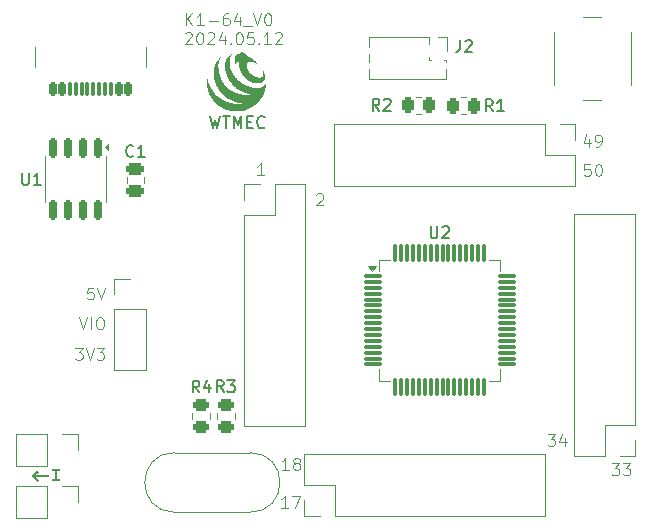
<source format=gto>
%TF.GenerationSoftware,KiCad,Pcbnew,9.0.0*%
%TF.CreationDate,2025-03-02T16:29:17+08:00*%
%TF.ProjectId,Mini-K1-64,4d696e69-2d4b-4312-9d36-342e6b696361,rev?*%
%TF.SameCoordinates,Original*%
%TF.FileFunction,Legend,Top*%
%TF.FilePolarity,Positive*%
%FSLAX46Y46*%
G04 Gerber Fmt 4.6, Leading zero omitted, Abs format (unit mm)*
G04 Created by KiCad (PCBNEW 9.0.0) date 2025-03-02 16:29:17*
%MOMM*%
%LPD*%
G01*
G04 APERTURE LIST*
G04 Aperture macros list*
%AMRoundRect*
0 Rectangle with rounded corners*
0 $1 Rounding radius*
0 $2 $3 $4 $5 $6 $7 $8 $9 X,Y pos of 4 corners*
0 Add a 4 corners polygon primitive as box body*
4,1,4,$2,$3,$4,$5,$6,$7,$8,$9,$2,$3,0*
0 Add four circle primitives for the rounded corners*
1,1,$1+$1,$2,$3*
1,1,$1+$1,$4,$5*
1,1,$1+$1,$6,$7*
1,1,$1+$1,$8,$9*
0 Add four rect primitives between the rounded corners*
20,1,$1+$1,$2,$3,$4,$5,0*
20,1,$1+$1,$4,$5,$6,$7,0*
20,1,$1+$1,$6,$7,$8,$9,0*
20,1,$1+$1,$8,$9,$2,$3,0*%
G04 Aperture macros list end*
%ADD10C,0.100000*%
%ADD11C,0.200000*%
%ADD12C,0.150000*%
%ADD13C,0.120000*%
%ADD14C,0.000000*%
%ADD15R,1.000000X1.000000*%
%ADD16O,1.000000X1.000000*%
%ADD17RoundRect,0.250000X0.475000X-0.250000X0.475000X0.250000X-0.475000X0.250000X-0.475000X-0.250000X0*%
%ADD18RoundRect,0.250000X-0.450000X0.262500X-0.450000X-0.262500X0.450000X-0.262500X0.450000X0.262500X0*%
%ADD19R,1.700000X1.700000*%
%ADD20O,1.700000X1.700000*%
%ADD21C,3.500000*%
%ADD22RoundRect,0.250000X-0.262500X-0.450000X0.262500X-0.450000X0.262500X0.450000X-0.262500X0.450000X0*%
%ADD23C,0.650000*%
%ADD24RoundRect,0.150000X0.150000X0.425000X-0.150000X0.425000X-0.150000X-0.425000X0.150000X-0.425000X0*%
%ADD25RoundRect,0.075000X0.075000X0.500000X-0.075000X0.500000X-0.075000X-0.500000X0.075000X-0.500000X0*%
%ADD26O,1.000000X2.100000*%
%ADD27O,1.000000X1.800000*%
%ADD28C,2.000000*%
%ADD29RoundRect,0.150000X-0.150000X0.675000X-0.150000X-0.675000X0.150000X-0.675000X0.150000X0.675000X0*%
%ADD30C,1.500000*%
%ADD31RoundRect,0.075000X-0.700000X-0.075000X0.700000X-0.075000X0.700000X0.075000X-0.700000X0.075000X0*%
%ADD32RoundRect,0.075000X-0.075000X-0.700000X0.075000X-0.700000X0.075000X0.700000X-0.075000X0.700000X0*%
%ADD33RoundRect,0.250000X0.262500X0.450000X-0.262500X0.450000X-0.262500X-0.450000X0.262500X-0.450000X0*%
G04 APERTURE END LIST*
D10*
X139647493Y-122489419D02*
X139076065Y-122489419D01*
X139361779Y-122489419D02*
X139361779Y-121489419D01*
X139361779Y-121489419D02*
X139266541Y-121632276D01*
X139266541Y-121632276D02*
X139171303Y-121727514D01*
X139171303Y-121727514D02*
X139076065Y-121775133D01*
X139980827Y-121489419D02*
X140647493Y-121489419D01*
X140647493Y-121489419D02*
X140218922Y-122489419D01*
X161634446Y-116257019D02*
X162253493Y-116257019D01*
X162253493Y-116257019D02*
X161920160Y-116637971D01*
X161920160Y-116637971D02*
X162063017Y-116637971D01*
X162063017Y-116637971D02*
X162158255Y-116685590D01*
X162158255Y-116685590D02*
X162205874Y-116733209D01*
X162205874Y-116733209D02*
X162253493Y-116828447D01*
X162253493Y-116828447D02*
X162253493Y-117066542D01*
X162253493Y-117066542D02*
X162205874Y-117161780D01*
X162205874Y-117161780D02*
X162158255Y-117209400D01*
X162158255Y-117209400D02*
X162063017Y-117257019D01*
X162063017Y-117257019D02*
X161777303Y-117257019D01*
X161777303Y-117257019D02*
X161682065Y-117209400D01*
X161682065Y-117209400D02*
X161634446Y-117161780D01*
X163110636Y-116590352D02*
X163110636Y-117257019D01*
X162872541Y-116209400D02*
X162634446Y-116923685D01*
X162634446Y-116923685D02*
X163253493Y-116923685D01*
X123158972Y-103858419D02*
X122682782Y-103858419D01*
X122682782Y-103858419D02*
X122635163Y-104334609D01*
X122635163Y-104334609D02*
X122682782Y-104286990D01*
X122682782Y-104286990D02*
X122778020Y-104239371D01*
X122778020Y-104239371D02*
X123016115Y-104239371D01*
X123016115Y-104239371D02*
X123111353Y-104286990D01*
X123111353Y-104286990D02*
X123158972Y-104334609D01*
X123158972Y-104334609D02*
X123206591Y-104429847D01*
X123206591Y-104429847D02*
X123206591Y-104667942D01*
X123206591Y-104667942D02*
X123158972Y-104763180D01*
X123158972Y-104763180D02*
X123111353Y-104810800D01*
X123111353Y-104810800D02*
X123016115Y-104858419D01*
X123016115Y-104858419D02*
X122778020Y-104858419D01*
X122778020Y-104858419D02*
X122682782Y-104810800D01*
X122682782Y-104810800D02*
X122635163Y-104763180D01*
X123492306Y-103858419D02*
X123825639Y-104858419D01*
X123825639Y-104858419D02*
X124158972Y-103858419D01*
X165155455Y-91241152D02*
X165155455Y-91907819D01*
X164917360Y-90860200D02*
X164679265Y-91574485D01*
X164679265Y-91574485D02*
X165298312Y-91574485D01*
X165726884Y-91907819D02*
X165917360Y-91907819D01*
X165917360Y-91907819D02*
X166012598Y-91860200D01*
X166012598Y-91860200D02*
X166060217Y-91812580D01*
X166060217Y-91812580D02*
X166155455Y-91669723D01*
X166155455Y-91669723D02*
X166203074Y-91479247D01*
X166203074Y-91479247D02*
X166203074Y-91098295D01*
X166203074Y-91098295D02*
X166155455Y-91003057D01*
X166155455Y-91003057D02*
X166107836Y-90955438D01*
X166107836Y-90955438D02*
X166012598Y-90907819D01*
X166012598Y-90907819D02*
X165822122Y-90907819D01*
X165822122Y-90907819D02*
X165726884Y-90955438D01*
X165726884Y-90955438D02*
X165679265Y-91003057D01*
X165679265Y-91003057D02*
X165631646Y-91098295D01*
X165631646Y-91098295D02*
X165631646Y-91336390D01*
X165631646Y-91336390D02*
X165679265Y-91431628D01*
X165679265Y-91431628D02*
X165726884Y-91479247D01*
X165726884Y-91479247D02*
X165822122Y-91526866D01*
X165822122Y-91526866D02*
X166012598Y-91526866D01*
X166012598Y-91526866D02*
X166107836Y-91479247D01*
X166107836Y-91479247D02*
X166155455Y-91431628D01*
X166155455Y-91431628D02*
X166203074Y-91336390D01*
X137615493Y-94320819D02*
X137044065Y-94320819D01*
X137329779Y-94320819D02*
X137329779Y-93320819D01*
X137329779Y-93320819D02*
X137234541Y-93463676D01*
X137234541Y-93463676D02*
X137139303Y-93558914D01*
X137139303Y-93558914D02*
X137044065Y-93606533D01*
X167070046Y-118746219D02*
X167689093Y-118746219D01*
X167689093Y-118746219D02*
X167355760Y-119127171D01*
X167355760Y-119127171D02*
X167498617Y-119127171D01*
X167498617Y-119127171D02*
X167593855Y-119174790D01*
X167593855Y-119174790D02*
X167641474Y-119222409D01*
X167641474Y-119222409D02*
X167689093Y-119317647D01*
X167689093Y-119317647D02*
X167689093Y-119555742D01*
X167689093Y-119555742D02*
X167641474Y-119650980D01*
X167641474Y-119650980D02*
X167593855Y-119698600D01*
X167593855Y-119698600D02*
X167498617Y-119746219D01*
X167498617Y-119746219D02*
X167212903Y-119746219D01*
X167212903Y-119746219D02*
X167117665Y-119698600D01*
X167117665Y-119698600D02*
X167070046Y-119650980D01*
X168022427Y-118746219D02*
X168641474Y-118746219D01*
X168641474Y-118746219D02*
X168308141Y-119127171D01*
X168308141Y-119127171D02*
X168450998Y-119127171D01*
X168450998Y-119127171D02*
X168546236Y-119174790D01*
X168546236Y-119174790D02*
X168593855Y-119222409D01*
X168593855Y-119222409D02*
X168641474Y-119317647D01*
X168641474Y-119317647D02*
X168641474Y-119555742D01*
X168641474Y-119555742D02*
X168593855Y-119650980D01*
X168593855Y-119650980D02*
X168546236Y-119698600D01*
X168546236Y-119698600D02*
X168450998Y-119746219D01*
X168450998Y-119746219D02*
X168165284Y-119746219D01*
X168165284Y-119746219D02*
X168070046Y-119698600D01*
X168070046Y-119698600D02*
X168022427Y-119650980D01*
X139723693Y-119289019D02*
X139152265Y-119289019D01*
X139437979Y-119289019D02*
X139437979Y-118289019D01*
X139437979Y-118289019D02*
X139342741Y-118431876D01*
X139342741Y-118431876D02*
X139247503Y-118527114D01*
X139247503Y-118527114D02*
X139152265Y-118574733D01*
X140295122Y-118717590D02*
X140199884Y-118669971D01*
X140199884Y-118669971D02*
X140152265Y-118622352D01*
X140152265Y-118622352D02*
X140104646Y-118527114D01*
X140104646Y-118527114D02*
X140104646Y-118479495D01*
X140104646Y-118479495D02*
X140152265Y-118384257D01*
X140152265Y-118384257D02*
X140199884Y-118336638D01*
X140199884Y-118336638D02*
X140295122Y-118289019D01*
X140295122Y-118289019D02*
X140485598Y-118289019D01*
X140485598Y-118289019D02*
X140580836Y-118336638D01*
X140580836Y-118336638D02*
X140628455Y-118384257D01*
X140628455Y-118384257D02*
X140676074Y-118479495D01*
X140676074Y-118479495D02*
X140676074Y-118527114D01*
X140676074Y-118527114D02*
X140628455Y-118622352D01*
X140628455Y-118622352D02*
X140580836Y-118669971D01*
X140580836Y-118669971D02*
X140485598Y-118717590D01*
X140485598Y-118717590D02*
X140295122Y-118717590D01*
X140295122Y-118717590D02*
X140199884Y-118765209D01*
X140199884Y-118765209D02*
X140152265Y-118812828D01*
X140152265Y-118812828D02*
X140104646Y-118908066D01*
X140104646Y-118908066D02*
X140104646Y-119098542D01*
X140104646Y-119098542D02*
X140152265Y-119193780D01*
X140152265Y-119193780D02*
X140199884Y-119241400D01*
X140199884Y-119241400D02*
X140295122Y-119289019D01*
X140295122Y-119289019D02*
X140485598Y-119289019D01*
X140485598Y-119289019D02*
X140580836Y-119241400D01*
X140580836Y-119241400D02*
X140628455Y-119193780D01*
X140628455Y-119193780D02*
X140676074Y-119098542D01*
X140676074Y-119098542D02*
X140676074Y-118908066D01*
X140676074Y-118908066D02*
X140628455Y-118812828D01*
X140628455Y-118812828D02*
X140580836Y-118765209D01*
X140580836Y-118765209D02*
X140485598Y-118717590D01*
X121968497Y-106383419D02*
X122301830Y-107383419D01*
X122301830Y-107383419D02*
X122635163Y-106383419D01*
X122968497Y-107383419D02*
X122968497Y-106383419D01*
X123635163Y-106383419D02*
X123825639Y-106383419D01*
X123825639Y-106383419D02*
X123920877Y-106431038D01*
X123920877Y-106431038D02*
X124016115Y-106526276D01*
X124016115Y-106526276D02*
X124063734Y-106716752D01*
X124063734Y-106716752D02*
X124063734Y-107050085D01*
X124063734Y-107050085D02*
X124016115Y-107240561D01*
X124016115Y-107240561D02*
X123920877Y-107335800D01*
X123920877Y-107335800D02*
X123825639Y-107383419D01*
X123825639Y-107383419D02*
X123635163Y-107383419D01*
X123635163Y-107383419D02*
X123539925Y-107335800D01*
X123539925Y-107335800D02*
X123444687Y-107240561D01*
X123444687Y-107240561D02*
X123397068Y-107050085D01*
X123397068Y-107050085D02*
X123397068Y-106716752D01*
X123397068Y-106716752D02*
X123444687Y-106526276D01*
X123444687Y-106526276D02*
X123539925Y-106431038D01*
X123539925Y-106431038D02*
X123635163Y-106383419D01*
X142047865Y-95981457D02*
X142095484Y-95933838D01*
X142095484Y-95933838D02*
X142190722Y-95886219D01*
X142190722Y-95886219D02*
X142428817Y-95886219D01*
X142428817Y-95886219D02*
X142524055Y-95933838D01*
X142524055Y-95933838D02*
X142571674Y-95981457D01*
X142571674Y-95981457D02*
X142619293Y-96076695D01*
X142619293Y-96076695D02*
X142619293Y-96171933D01*
X142619293Y-96171933D02*
X142571674Y-96314790D01*
X142571674Y-96314790D02*
X142000246Y-96886219D01*
X142000246Y-96886219D02*
X142619293Y-96886219D01*
X130988884Y-81627675D02*
X130988884Y-80627675D01*
X131560312Y-81627675D02*
X131131741Y-81056246D01*
X131560312Y-80627675D02*
X130988884Y-81199103D01*
X132512693Y-81627675D02*
X131941265Y-81627675D01*
X132226979Y-81627675D02*
X132226979Y-80627675D01*
X132226979Y-80627675D02*
X132131741Y-80770532D01*
X132131741Y-80770532D02*
X132036503Y-80865770D01*
X132036503Y-80865770D02*
X131941265Y-80913389D01*
X132941265Y-81246722D02*
X133703170Y-81246722D01*
X134607931Y-80627675D02*
X134417455Y-80627675D01*
X134417455Y-80627675D02*
X134322217Y-80675294D01*
X134322217Y-80675294D02*
X134274598Y-80722913D01*
X134274598Y-80722913D02*
X134179360Y-80865770D01*
X134179360Y-80865770D02*
X134131741Y-81056246D01*
X134131741Y-81056246D02*
X134131741Y-81437198D01*
X134131741Y-81437198D02*
X134179360Y-81532436D01*
X134179360Y-81532436D02*
X134226979Y-81580056D01*
X134226979Y-81580056D02*
X134322217Y-81627675D01*
X134322217Y-81627675D02*
X134512693Y-81627675D01*
X134512693Y-81627675D02*
X134607931Y-81580056D01*
X134607931Y-81580056D02*
X134655550Y-81532436D01*
X134655550Y-81532436D02*
X134703169Y-81437198D01*
X134703169Y-81437198D02*
X134703169Y-81199103D01*
X134703169Y-81199103D02*
X134655550Y-81103865D01*
X134655550Y-81103865D02*
X134607931Y-81056246D01*
X134607931Y-81056246D02*
X134512693Y-81008627D01*
X134512693Y-81008627D02*
X134322217Y-81008627D01*
X134322217Y-81008627D02*
X134226979Y-81056246D01*
X134226979Y-81056246D02*
X134179360Y-81103865D01*
X134179360Y-81103865D02*
X134131741Y-81199103D01*
X135560312Y-80961008D02*
X135560312Y-81627675D01*
X135322217Y-80580056D02*
X135084122Y-81294341D01*
X135084122Y-81294341D02*
X135703169Y-81294341D01*
X135846027Y-81722913D02*
X136607931Y-81722913D01*
X136703170Y-80627675D02*
X137036503Y-81627675D01*
X137036503Y-81627675D02*
X137369836Y-80627675D01*
X137893646Y-80627675D02*
X137988884Y-80627675D01*
X137988884Y-80627675D02*
X138084122Y-80675294D01*
X138084122Y-80675294D02*
X138131741Y-80722913D01*
X138131741Y-80722913D02*
X138179360Y-80818151D01*
X138179360Y-80818151D02*
X138226979Y-81008627D01*
X138226979Y-81008627D02*
X138226979Y-81246722D01*
X138226979Y-81246722D02*
X138179360Y-81437198D01*
X138179360Y-81437198D02*
X138131741Y-81532436D01*
X138131741Y-81532436D02*
X138084122Y-81580056D01*
X138084122Y-81580056D02*
X137988884Y-81627675D01*
X137988884Y-81627675D02*
X137893646Y-81627675D01*
X137893646Y-81627675D02*
X137798408Y-81580056D01*
X137798408Y-81580056D02*
X137750789Y-81532436D01*
X137750789Y-81532436D02*
X137703170Y-81437198D01*
X137703170Y-81437198D02*
X137655551Y-81246722D01*
X137655551Y-81246722D02*
X137655551Y-81008627D01*
X137655551Y-81008627D02*
X137703170Y-80818151D01*
X137703170Y-80818151D02*
X137750789Y-80722913D01*
X137750789Y-80722913D02*
X137798408Y-80675294D01*
X137798408Y-80675294D02*
X137893646Y-80627675D01*
X130941265Y-82332857D02*
X130988884Y-82285238D01*
X130988884Y-82285238D02*
X131084122Y-82237619D01*
X131084122Y-82237619D02*
X131322217Y-82237619D01*
X131322217Y-82237619D02*
X131417455Y-82285238D01*
X131417455Y-82285238D02*
X131465074Y-82332857D01*
X131465074Y-82332857D02*
X131512693Y-82428095D01*
X131512693Y-82428095D02*
X131512693Y-82523333D01*
X131512693Y-82523333D02*
X131465074Y-82666190D01*
X131465074Y-82666190D02*
X130893646Y-83237619D01*
X130893646Y-83237619D02*
X131512693Y-83237619D01*
X132131741Y-82237619D02*
X132226979Y-82237619D01*
X132226979Y-82237619D02*
X132322217Y-82285238D01*
X132322217Y-82285238D02*
X132369836Y-82332857D01*
X132369836Y-82332857D02*
X132417455Y-82428095D01*
X132417455Y-82428095D02*
X132465074Y-82618571D01*
X132465074Y-82618571D02*
X132465074Y-82856666D01*
X132465074Y-82856666D02*
X132417455Y-83047142D01*
X132417455Y-83047142D02*
X132369836Y-83142380D01*
X132369836Y-83142380D02*
X132322217Y-83190000D01*
X132322217Y-83190000D02*
X132226979Y-83237619D01*
X132226979Y-83237619D02*
X132131741Y-83237619D01*
X132131741Y-83237619D02*
X132036503Y-83190000D01*
X132036503Y-83190000D02*
X131988884Y-83142380D01*
X131988884Y-83142380D02*
X131941265Y-83047142D01*
X131941265Y-83047142D02*
X131893646Y-82856666D01*
X131893646Y-82856666D02*
X131893646Y-82618571D01*
X131893646Y-82618571D02*
X131941265Y-82428095D01*
X131941265Y-82428095D02*
X131988884Y-82332857D01*
X131988884Y-82332857D02*
X132036503Y-82285238D01*
X132036503Y-82285238D02*
X132131741Y-82237619D01*
X132846027Y-82332857D02*
X132893646Y-82285238D01*
X132893646Y-82285238D02*
X132988884Y-82237619D01*
X132988884Y-82237619D02*
X133226979Y-82237619D01*
X133226979Y-82237619D02*
X133322217Y-82285238D01*
X133322217Y-82285238D02*
X133369836Y-82332857D01*
X133369836Y-82332857D02*
X133417455Y-82428095D01*
X133417455Y-82428095D02*
X133417455Y-82523333D01*
X133417455Y-82523333D02*
X133369836Y-82666190D01*
X133369836Y-82666190D02*
X132798408Y-83237619D01*
X132798408Y-83237619D02*
X133417455Y-83237619D01*
X134274598Y-82570952D02*
X134274598Y-83237619D01*
X134036503Y-82190000D02*
X133798408Y-82904285D01*
X133798408Y-82904285D02*
X134417455Y-82904285D01*
X134798408Y-83142380D02*
X134846027Y-83190000D01*
X134846027Y-83190000D02*
X134798408Y-83237619D01*
X134798408Y-83237619D02*
X134750789Y-83190000D01*
X134750789Y-83190000D02*
X134798408Y-83142380D01*
X134798408Y-83142380D02*
X134798408Y-83237619D01*
X135465074Y-82237619D02*
X135560312Y-82237619D01*
X135560312Y-82237619D02*
X135655550Y-82285238D01*
X135655550Y-82285238D02*
X135703169Y-82332857D01*
X135703169Y-82332857D02*
X135750788Y-82428095D01*
X135750788Y-82428095D02*
X135798407Y-82618571D01*
X135798407Y-82618571D02*
X135798407Y-82856666D01*
X135798407Y-82856666D02*
X135750788Y-83047142D01*
X135750788Y-83047142D02*
X135703169Y-83142380D01*
X135703169Y-83142380D02*
X135655550Y-83190000D01*
X135655550Y-83190000D02*
X135560312Y-83237619D01*
X135560312Y-83237619D02*
X135465074Y-83237619D01*
X135465074Y-83237619D02*
X135369836Y-83190000D01*
X135369836Y-83190000D02*
X135322217Y-83142380D01*
X135322217Y-83142380D02*
X135274598Y-83047142D01*
X135274598Y-83047142D02*
X135226979Y-82856666D01*
X135226979Y-82856666D02*
X135226979Y-82618571D01*
X135226979Y-82618571D02*
X135274598Y-82428095D01*
X135274598Y-82428095D02*
X135322217Y-82332857D01*
X135322217Y-82332857D02*
X135369836Y-82285238D01*
X135369836Y-82285238D02*
X135465074Y-82237619D01*
X136703169Y-82237619D02*
X136226979Y-82237619D01*
X136226979Y-82237619D02*
X136179360Y-82713809D01*
X136179360Y-82713809D02*
X136226979Y-82666190D01*
X136226979Y-82666190D02*
X136322217Y-82618571D01*
X136322217Y-82618571D02*
X136560312Y-82618571D01*
X136560312Y-82618571D02*
X136655550Y-82666190D01*
X136655550Y-82666190D02*
X136703169Y-82713809D01*
X136703169Y-82713809D02*
X136750788Y-82809047D01*
X136750788Y-82809047D02*
X136750788Y-83047142D01*
X136750788Y-83047142D02*
X136703169Y-83142380D01*
X136703169Y-83142380D02*
X136655550Y-83190000D01*
X136655550Y-83190000D02*
X136560312Y-83237619D01*
X136560312Y-83237619D02*
X136322217Y-83237619D01*
X136322217Y-83237619D02*
X136226979Y-83190000D01*
X136226979Y-83190000D02*
X136179360Y-83142380D01*
X137179360Y-83142380D02*
X137226979Y-83190000D01*
X137226979Y-83190000D02*
X137179360Y-83237619D01*
X137179360Y-83237619D02*
X137131741Y-83190000D01*
X137131741Y-83190000D02*
X137179360Y-83142380D01*
X137179360Y-83142380D02*
X137179360Y-83237619D01*
X138179359Y-83237619D02*
X137607931Y-83237619D01*
X137893645Y-83237619D02*
X137893645Y-82237619D01*
X137893645Y-82237619D02*
X137798407Y-82380476D01*
X137798407Y-82380476D02*
X137703169Y-82475714D01*
X137703169Y-82475714D02*
X137607931Y-82523333D01*
X138560312Y-82332857D02*
X138607931Y-82285238D01*
X138607931Y-82285238D02*
X138703169Y-82237619D01*
X138703169Y-82237619D02*
X138941264Y-82237619D01*
X138941264Y-82237619D02*
X139036502Y-82285238D01*
X139036502Y-82285238D02*
X139084121Y-82332857D01*
X139084121Y-82332857D02*
X139131740Y-82428095D01*
X139131740Y-82428095D02*
X139131740Y-82523333D01*
X139131740Y-82523333D02*
X139084121Y-82666190D01*
X139084121Y-82666190D02*
X138512693Y-83237619D01*
X138512693Y-83237619D02*
X139131740Y-83237619D01*
X165228474Y-93397019D02*
X164752284Y-93397019D01*
X164752284Y-93397019D02*
X164704665Y-93873209D01*
X164704665Y-93873209D02*
X164752284Y-93825590D01*
X164752284Y-93825590D02*
X164847522Y-93777971D01*
X164847522Y-93777971D02*
X165085617Y-93777971D01*
X165085617Y-93777971D02*
X165180855Y-93825590D01*
X165180855Y-93825590D02*
X165228474Y-93873209D01*
X165228474Y-93873209D02*
X165276093Y-93968447D01*
X165276093Y-93968447D02*
X165276093Y-94206542D01*
X165276093Y-94206542D02*
X165228474Y-94301780D01*
X165228474Y-94301780D02*
X165180855Y-94349400D01*
X165180855Y-94349400D02*
X165085617Y-94397019D01*
X165085617Y-94397019D02*
X164847522Y-94397019D01*
X164847522Y-94397019D02*
X164752284Y-94349400D01*
X164752284Y-94349400D02*
X164704665Y-94301780D01*
X165895141Y-93397019D02*
X165990379Y-93397019D01*
X165990379Y-93397019D02*
X166085617Y-93444638D01*
X166085617Y-93444638D02*
X166133236Y-93492257D01*
X166133236Y-93492257D02*
X166180855Y-93587495D01*
X166180855Y-93587495D02*
X166228474Y-93777971D01*
X166228474Y-93777971D02*
X166228474Y-94016066D01*
X166228474Y-94016066D02*
X166180855Y-94206542D01*
X166180855Y-94206542D02*
X166133236Y-94301780D01*
X166133236Y-94301780D02*
X166085617Y-94349400D01*
X166085617Y-94349400D02*
X165990379Y-94397019D01*
X165990379Y-94397019D02*
X165895141Y-94397019D01*
X165895141Y-94397019D02*
X165799903Y-94349400D01*
X165799903Y-94349400D02*
X165752284Y-94301780D01*
X165752284Y-94301780D02*
X165704665Y-94206542D01*
X165704665Y-94206542D02*
X165657046Y-94016066D01*
X165657046Y-94016066D02*
X165657046Y-93777971D01*
X165657046Y-93777971D02*
X165704665Y-93587495D01*
X165704665Y-93587495D02*
X165752284Y-93492257D01*
X165752284Y-93492257D02*
X165799903Y-93444638D01*
X165799903Y-93444638D02*
X165895141Y-93397019D01*
X121635163Y-108958419D02*
X122254210Y-108958419D01*
X122254210Y-108958419D02*
X121920877Y-109339371D01*
X121920877Y-109339371D02*
X122063734Y-109339371D01*
X122063734Y-109339371D02*
X122158972Y-109386990D01*
X122158972Y-109386990D02*
X122206591Y-109434609D01*
X122206591Y-109434609D02*
X122254210Y-109529847D01*
X122254210Y-109529847D02*
X122254210Y-109767942D01*
X122254210Y-109767942D02*
X122206591Y-109863180D01*
X122206591Y-109863180D02*
X122158972Y-109910800D01*
X122158972Y-109910800D02*
X122063734Y-109958419D01*
X122063734Y-109958419D02*
X121778020Y-109958419D01*
X121778020Y-109958419D02*
X121682782Y-109910800D01*
X121682782Y-109910800D02*
X121635163Y-109863180D01*
X122539925Y-108958419D02*
X122873258Y-109958419D01*
X122873258Y-109958419D02*
X123206591Y-108958419D01*
X123444687Y-108958419D02*
X124063734Y-108958419D01*
X124063734Y-108958419D02*
X123730401Y-109339371D01*
X123730401Y-109339371D02*
X123873258Y-109339371D01*
X123873258Y-109339371D02*
X123968496Y-109386990D01*
X123968496Y-109386990D02*
X124016115Y-109434609D01*
X124016115Y-109434609D02*
X124063734Y-109529847D01*
X124063734Y-109529847D02*
X124063734Y-109767942D01*
X124063734Y-109767942D02*
X124016115Y-109863180D01*
X124016115Y-109863180D02*
X123968496Y-109910800D01*
X123968496Y-109910800D02*
X123873258Y-109958419D01*
X123873258Y-109958419D02*
X123587544Y-109958419D01*
X123587544Y-109958419D02*
X123492306Y-109910800D01*
X123492306Y-109910800D02*
X123444687Y-109863180D01*
D11*
G36*
X118735854Y-119707896D02*
G01*
X118735854Y-119895474D01*
X118311605Y-119895474D01*
X118353431Y-119925027D01*
X118391867Y-119957614D01*
X118394403Y-119959954D01*
X118431589Y-119995644D01*
X118465844Y-120030998D01*
X118483796Y-120050324D01*
X118584424Y-120160722D01*
X118435680Y-120289682D01*
X118001416Y-119801685D01*
X118435680Y-119313199D01*
X118584424Y-119442648D01*
X118483796Y-119553046D01*
X118448442Y-119590632D01*
X118412622Y-119626467D01*
X118394403Y-119643660D01*
X118356017Y-119676386D01*
X118314244Y-119706206D01*
X118311605Y-119707896D01*
X118735854Y-119707896D01*
G37*
G36*
X119426573Y-119707896D02*
G01*
X119426573Y-119895474D01*
X118706301Y-119895474D01*
X118706301Y-119707896D01*
X119426573Y-119707896D01*
G37*
G36*
X119689134Y-119254581D02*
G01*
X120335157Y-119254581D01*
X120335157Y-119423108D01*
X120129993Y-119423108D01*
X120129993Y-120086472D01*
X120335157Y-120086472D01*
X120335157Y-120255000D01*
X119689134Y-120255000D01*
X119689134Y-120086472D01*
X119894542Y-120086472D01*
X119894542Y-119423108D01*
X119689134Y-119423108D01*
X119689134Y-119254581D01*
G37*
D12*
X154216666Y-82909819D02*
X154216666Y-83624104D01*
X154216666Y-83624104D02*
X154169047Y-83766961D01*
X154169047Y-83766961D02*
X154073809Y-83862200D01*
X154073809Y-83862200D02*
X153930952Y-83909819D01*
X153930952Y-83909819D02*
X153835714Y-83909819D01*
X154645238Y-83005057D02*
X154692857Y-82957438D01*
X154692857Y-82957438D02*
X154788095Y-82909819D01*
X154788095Y-82909819D02*
X155026190Y-82909819D01*
X155026190Y-82909819D02*
X155121428Y-82957438D01*
X155121428Y-82957438D02*
X155169047Y-83005057D01*
X155169047Y-83005057D02*
X155216666Y-83100295D01*
X155216666Y-83100295D02*
X155216666Y-83195533D01*
X155216666Y-83195533D02*
X155169047Y-83338390D01*
X155169047Y-83338390D02*
X154597619Y-83909819D01*
X154597619Y-83909819D02*
X155216666Y-83909819D01*
X126562433Y-92682580D02*
X126514814Y-92730200D01*
X126514814Y-92730200D02*
X126371957Y-92777819D01*
X126371957Y-92777819D02*
X126276719Y-92777819D01*
X126276719Y-92777819D02*
X126133862Y-92730200D01*
X126133862Y-92730200D02*
X126038624Y-92634961D01*
X126038624Y-92634961D02*
X125991005Y-92539723D01*
X125991005Y-92539723D02*
X125943386Y-92349247D01*
X125943386Y-92349247D02*
X125943386Y-92206390D01*
X125943386Y-92206390D02*
X125991005Y-92015914D01*
X125991005Y-92015914D02*
X126038624Y-91920676D01*
X126038624Y-91920676D02*
X126133862Y-91825438D01*
X126133862Y-91825438D02*
X126276719Y-91777819D01*
X126276719Y-91777819D02*
X126371957Y-91777819D01*
X126371957Y-91777819D02*
X126514814Y-91825438D01*
X126514814Y-91825438D02*
X126562433Y-91873057D01*
X127514814Y-92777819D02*
X126943386Y-92777819D01*
X127229100Y-92777819D02*
X127229100Y-91777819D01*
X127229100Y-91777819D02*
X127133862Y-91920676D01*
X127133862Y-91920676D02*
X127038624Y-92015914D01*
X127038624Y-92015914D02*
X126943386Y-92063533D01*
X134193333Y-112699819D02*
X133860000Y-112223628D01*
X133621905Y-112699819D02*
X133621905Y-111699819D01*
X133621905Y-111699819D02*
X134002857Y-111699819D01*
X134002857Y-111699819D02*
X134098095Y-111747438D01*
X134098095Y-111747438D02*
X134145714Y-111795057D01*
X134145714Y-111795057D02*
X134193333Y-111890295D01*
X134193333Y-111890295D02*
X134193333Y-112033152D01*
X134193333Y-112033152D02*
X134145714Y-112128390D01*
X134145714Y-112128390D02*
X134098095Y-112176009D01*
X134098095Y-112176009D02*
X134002857Y-112223628D01*
X134002857Y-112223628D02*
X133621905Y-112223628D01*
X134526667Y-111699819D02*
X135145714Y-111699819D01*
X135145714Y-111699819D02*
X134812381Y-112080771D01*
X134812381Y-112080771D02*
X134955238Y-112080771D01*
X134955238Y-112080771D02*
X135050476Y-112128390D01*
X135050476Y-112128390D02*
X135098095Y-112176009D01*
X135098095Y-112176009D02*
X135145714Y-112271247D01*
X135145714Y-112271247D02*
X135145714Y-112509342D01*
X135145714Y-112509342D02*
X135098095Y-112604580D01*
X135098095Y-112604580D02*
X135050476Y-112652200D01*
X135050476Y-112652200D02*
X134955238Y-112699819D01*
X134955238Y-112699819D02*
X134669524Y-112699819D01*
X134669524Y-112699819D02*
X134574286Y-112652200D01*
X134574286Y-112652200D02*
X134526667Y-112604580D01*
X132143333Y-112719819D02*
X131810000Y-112243628D01*
X131571905Y-112719819D02*
X131571905Y-111719819D01*
X131571905Y-111719819D02*
X131952857Y-111719819D01*
X131952857Y-111719819D02*
X132048095Y-111767438D01*
X132048095Y-111767438D02*
X132095714Y-111815057D01*
X132095714Y-111815057D02*
X132143333Y-111910295D01*
X132143333Y-111910295D02*
X132143333Y-112053152D01*
X132143333Y-112053152D02*
X132095714Y-112148390D01*
X132095714Y-112148390D02*
X132048095Y-112196009D01*
X132048095Y-112196009D02*
X131952857Y-112243628D01*
X131952857Y-112243628D02*
X131571905Y-112243628D01*
X133000476Y-112053152D02*
X133000476Y-112719819D01*
X132762381Y-111672200D02*
X132524286Y-112386485D01*
X132524286Y-112386485D02*
X133143333Y-112386485D01*
D11*
X133044435Y-89356219D02*
X133282530Y-90356219D01*
X133282530Y-90356219D02*
X133473006Y-89641933D01*
X133473006Y-89641933D02*
X133663482Y-90356219D01*
X133663482Y-90356219D02*
X133901578Y-89356219D01*
X134139673Y-89356219D02*
X134711101Y-89356219D01*
X134425387Y-90356219D02*
X134425387Y-89356219D01*
X135044435Y-90356219D02*
X135044435Y-89356219D01*
X135044435Y-89356219D02*
X135377768Y-90070504D01*
X135377768Y-90070504D02*
X135711101Y-89356219D01*
X135711101Y-89356219D02*
X135711101Y-90356219D01*
X136187292Y-89832409D02*
X136520625Y-89832409D01*
X136663482Y-90356219D02*
X136187292Y-90356219D01*
X136187292Y-90356219D02*
X136187292Y-89356219D01*
X136187292Y-89356219D02*
X136663482Y-89356219D01*
X137663482Y-90260980D02*
X137615863Y-90308600D01*
X137615863Y-90308600D02*
X137473006Y-90356219D01*
X137473006Y-90356219D02*
X137377768Y-90356219D01*
X137377768Y-90356219D02*
X137234911Y-90308600D01*
X137234911Y-90308600D02*
X137139673Y-90213361D01*
X137139673Y-90213361D02*
X137092054Y-90118123D01*
X137092054Y-90118123D02*
X137044435Y-89927647D01*
X137044435Y-89927647D02*
X137044435Y-89784790D01*
X137044435Y-89784790D02*
X137092054Y-89594314D01*
X137092054Y-89594314D02*
X137139673Y-89499076D01*
X137139673Y-89499076D02*
X137234911Y-89403838D01*
X137234911Y-89403838D02*
X137377768Y-89356219D01*
X137377768Y-89356219D02*
X137473006Y-89356219D01*
X137473006Y-89356219D02*
X137615863Y-89403838D01*
X137615863Y-89403838D02*
X137663482Y-89451457D01*
D12*
X156983333Y-88919819D02*
X156650000Y-88443628D01*
X156411905Y-88919819D02*
X156411905Y-87919819D01*
X156411905Y-87919819D02*
X156792857Y-87919819D01*
X156792857Y-87919819D02*
X156888095Y-87967438D01*
X156888095Y-87967438D02*
X156935714Y-88015057D01*
X156935714Y-88015057D02*
X156983333Y-88110295D01*
X156983333Y-88110295D02*
X156983333Y-88253152D01*
X156983333Y-88253152D02*
X156935714Y-88348390D01*
X156935714Y-88348390D02*
X156888095Y-88396009D01*
X156888095Y-88396009D02*
X156792857Y-88443628D01*
X156792857Y-88443628D02*
X156411905Y-88443628D01*
X157935714Y-88919819D02*
X157364286Y-88919819D01*
X157650000Y-88919819D02*
X157650000Y-87919819D01*
X157650000Y-87919819D02*
X157554762Y-88062676D01*
X157554762Y-88062676D02*
X157459524Y-88157914D01*
X157459524Y-88157914D02*
X157364286Y-88205533D01*
X117131895Y-94148419D02*
X117131895Y-94957942D01*
X117131895Y-94957942D02*
X117179514Y-95053180D01*
X117179514Y-95053180D02*
X117227133Y-95100800D01*
X117227133Y-95100800D02*
X117322371Y-95148419D01*
X117322371Y-95148419D02*
X117512847Y-95148419D01*
X117512847Y-95148419D02*
X117608085Y-95100800D01*
X117608085Y-95100800D02*
X117655704Y-95053180D01*
X117655704Y-95053180D02*
X117703323Y-94957942D01*
X117703323Y-94957942D02*
X117703323Y-94148419D01*
X118703323Y-95148419D02*
X118131895Y-95148419D01*
X118417609Y-95148419D02*
X118417609Y-94148419D01*
X118417609Y-94148419D02*
X118322371Y-94291276D01*
X118322371Y-94291276D02*
X118227133Y-94386514D01*
X118227133Y-94386514D02*
X118131895Y-94434133D01*
X151723095Y-98669819D02*
X151723095Y-99479342D01*
X151723095Y-99479342D02*
X151770714Y-99574580D01*
X151770714Y-99574580D02*
X151818333Y-99622200D01*
X151818333Y-99622200D02*
X151913571Y-99669819D01*
X151913571Y-99669819D02*
X152104047Y-99669819D01*
X152104047Y-99669819D02*
X152199285Y-99622200D01*
X152199285Y-99622200D02*
X152246904Y-99574580D01*
X152246904Y-99574580D02*
X152294523Y-99479342D01*
X152294523Y-99479342D02*
X152294523Y-98669819D01*
X152723095Y-98765057D02*
X152770714Y-98717438D01*
X152770714Y-98717438D02*
X152865952Y-98669819D01*
X152865952Y-98669819D02*
X153104047Y-98669819D01*
X153104047Y-98669819D02*
X153199285Y-98717438D01*
X153199285Y-98717438D02*
X153246904Y-98765057D01*
X153246904Y-98765057D02*
X153294523Y-98860295D01*
X153294523Y-98860295D02*
X153294523Y-98955533D01*
X153294523Y-98955533D02*
X153246904Y-99098390D01*
X153246904Y-99098390D02*
X152675476Y-99669819D01*
X152675476Y-99669819D02*
X153294523Y-99669819D01*
X147383333Y-88879819D02*
X147050000Y-88403628D01*
X146811905Y-88879819D02*
X146811905Y-87879819D01*
X146811905Y-87879819D02*
X147192857Y-87879819D01*
X147192857Y-87879819D02*
X147288095Y-87927438D01*
X147288095Y-87927438D02*
X147335714Y-87975057D01*
X147335714Y-87975057D02*
X147383333Y-88070295D01*
X147383333Y-88070295D02*
X147383333Y-88213152D01*
X147383333Y-88213152D02*
X147335714Y-88308390D01*
X147335714Y-88308390D02*
X147288095Y-88356009D01*
X147288095Y-88356009D02*
X147192857Y-88403628D01*
X147192857Y-88403628D02*
X146811905Y-88403628D01*
X147764286Y-87975057D02*
X147811905Y-87927438D01*
X147811905Y-87927438D02*
X147907143Y-87879819D01*
X147907143Y-87879819D02*
X148145238Y-87879819D01*
X148145238Y-87879819D02*
X148240476Y-87927438D01*
X148240476Y-87927438D02*
X148288095Y-87975057D01*
X148288095Y-87975057D02*
X148335714Y-88070295D01*
X148335714Y-88070295D02*
X148335714Y-88165533D01*
X148335714Y-88165533D02*
X148288095Y-88308390D01*
X148288095Y-88308390D02*
X147716667Y-88879819D01*
X147716667Y-88879819D02*
X148335714Y-88879819D01*
D13*
%TO.C,J2*%
X146535000Y-82655000D02*
X146535000Y-83477470D01*
X146535000Y-84092530D02*
X146535000Y-84747470D01*
X146535000Y-85362530D02*
X146535000Y-86185000D01*
X151550000Y-82655000D02*
X146535000Y-82655000D01*
X151550000Y-82655000D02*
X151550000Y-83221529D01*
X151550000Y-84348471D02*
X151550000Y-84491529D01*
X151603471Y-84545000D02*
X151746529Y-84545000D01*
X152310000Y-82655000D02*
X153070000Y-82655000D01*
X152873471Y-84545000D02*
X153005000Y-84545000D01*
X153005000Y-84545000D02*
X153005000Y-84747470D01*
X153005000Y-85362530D02*
X153005000Y-86185000D01*
X153005000Y-86185000D02*
X146535000Y-86185000D01*
X153070000Y-82655000D02*
X153070000Y-83785000D01*
%TO.C,C1*%
X125994100Y-94984252D02*
X125994100Y-94461748D01*
X127464100Y-94984252D02*
X127464100Y-94461748D01*
%TO.C,R3*%
X133675000Y-114497936D02*
X133675000Y-114952064D01*
X135145000Y-114497936D02*
X135145000Y-114952064D01*
%TO.C,J3*%
X135915000Y-95125000D02*
X137245000Y-95125000D01*
X135915000Y-96455000D02*
X135915000Y-95125000D01*
X135915000Y-97725000D02*
X135915000Y-115565000D01*
X135915000Y-97725000D02*
X138515000Y-97725000D01*
X135915000Y-115565000D02*
X141115000Y-115565000D01*
X138515000Y-95125000D02*
X141115000Y-95125000D01*
X138515000Y-97725000D02*
X138515000Y-95125000D01*
X141115000Y-95125000D02*
X141115000Y-115565000D01*
%TO.C,R4*%
X131550000Y-114497936D02*
X131550000Y-114952064D01*
X133020000Y-114497936D02*
X133020000Y-114952064D01*
D14*
%TO.C,LOGO1*%
G36*
X135745515Y-83925544D02*
G01*
X135764414Y-83926756D01*
X135776301Y-83928559D01*
X135778993Y-83929825D01*
X135785916Y-83933665D01*
X135799553Y-83937357D01*
X135804563Y-83938263D01*
X135821407Y-83941731D01*
X135834656Y-83945767D01*
X135836631Y-83946644D01*
X135847932Y-83951328D01*
X135864106Y-83956979D01*
X135868333Y-83958325D01*
X135911551Y-83975009D01*
X135959773Y-83999416D01*
X136011183Y-84030494D01*
X136063964Y-84067196D01*
X136086229Y-84084133D01*
X136109440Y-84103426D01*
X136136666Y-84127908D01*
X136165904Y-84155590D01*
X136195149Y-84184484D01*
X136222399Y-84212599D01*
X136245650Y-84237949D01*
X136262898Y-84258544D01*
X136265790Y-84262378D01*
X136273152Y-84271368D01*
X136282181Y-84279735D01*
X136294462Y-84288465D01*
X136311582Y-84298545D01*
X136335126Y-84310960D01*
X136366682Y-84326696D01*
X136378710Y-84332584D01*
X136414527Y-84350475D01*
X136452301Y-84370040D01*
X136488767Y-84389541D01*
X136520658Y-84407242D01*
X136538041Y-84417349D01*
X136566706Y-84434491D01*
X136587790Y-84447151D01*
X136603238Y-84456571D01*
X136614993Y-84463991D01*
X136624999Y-84470651D01*
X136635200Y-84477793D01*
X136647541Y-84486656D01*
X136654489Y-84491666D01*
X136672979Y-84504955D01*
X136689341Y-84516655D01*
X136700302Y-84524424D01*
X136700980Y-84524898D01*
X136708965Y-84531023D01*
X136723858Y-84542952D01*
X136744038Y-84559368D01*
X136767885Y-84578952D01*
X136790555Y-84597712D01*
X136851681Y-84650409D01*
X136912458Y-84706451D01*
X136970023Y-84763091D01*
X137021513Y-84817583D01*
X137032640Y-84830025D01*
X137048620Y-84848667D01*
X137067274Y-84871305D01*
X137087390Y-84896368D01*
X137107758Y-84922284D01*
X137127169Y-84947482D01*
X137144412Y-84970391D01*
X137158277Y-84989440D01*
X137167555Y-85003058D01*
X137171034Y-85009674D01*
X137171036Y-85009722D01*
X137167229Y-85013690D01*
X137158176Y-85011972D01*
X137149326Y-85006503D01*
X137139391Y-84999352D01*
X137122005Y-84988016D01*
X137099360Y-84973836D01*
X137073648Y-84958148D01*
X137047059Y-84942291D01*
X137021785Y-84927604D01*
X137001666Y-84916324D01*
X136976799Y-84903019D01*
X136948282Y-84888229D01*
X136917842Y-84872797D01*
X136887208Y-84857566D01*
X136858108Y-84843381D01*
X136832268Y-84831085D01*
X136811418Y-84821522D01*
X136797285Y-84815536D01*
X136791916Y-84813888D01*
X136781176Y-84810750D01*
X136779166Y-84809337D01*
X136769028Y-84803565D01*
X136750265Y-84795564D01*
X136724970Y-84786035D01*
X136695235Y-84775679D01*
X136663152Y-84765196D01*
X136630815Y-84755289D01*
X136600315Y-84746660D01*
X136573746Y-84740008D01*
X136569502Y-84739066D01*
X136533635Y-84733339D01*
X136492036Y-84729965D01*
X136447903Y-84728920D01*
X136404435Y-84730179D01*
X136364832Y-84733719D01*
X136332292Y-84739515D01*
X136327056Y-84740902D01*
X136280277Y-84759238D01*
X136239082Y-84785494D01*
X136204667Y-84818436D01*
X136178226Y-84856827D01*
X136160955Y-84899433D01*
X136156990Y-84916769D01*
X136153166Y-84932585D01*
X136148699Y-84944035D01*
X136147686Y-84945589D01*
X136144896Y-84954879D01*
X136143028Y-84973046D01*
X136142044Y-84997895D01*
X136141902Y-85027235D01*
X136142562Y-85058872D01*
X136143985Y-85090613D01*
X136146130Y-85120266D01*
X136148958Y-85145637D01*
X136151626Y-85161111D01*
X136161395Y-85204254D01*
X136170336Y-85239496D01*
X136179331Y-85269915D01*
X136189263Y-85298586D01*
X136196211Y-85316666D01*
X136201821Y-85330928D01*
X136209531Y-85350656D01*
X136215762Y-85366666D01*
X136223930Y-85385214D01*
X136236332Y-85410414D01*
X136251447Y-85439413D01*
X136267752Y-85469360D01*
X136283723Y-85497404D01*
X136297838Y-85520692D01*
X136298888Y-85522337D01*
X136310872Y-85539659D01*
X136328137Y-85562888D01*
X136348703Y-85589522D01*
X136370591Y-85617057D01*
X136391820Y-85642990D01*
X136410411Y-85664819D01*
X136420067Y-85675541D01*
X136437124Y-85692877D01*
X136459665Y-85714485D01*
X136484652Y-85737508D01*
X136507173Y-85757470D01*
X136528939Y-85776354D01*
X136548527Y-85793402D01*
X136563946Y-85806878D01*
X136573205Y-85815044D01*
X136573840Y-85815614D01*
X136582818Y-85822609D01*
X136598773Y-85834048D01*
X136619353Y-85848340D01*
X136642206Y-85863895D01*
X136664981Y-85879119D01*
X136685325Y-85892422D01*
X136700887Y-85902213D01*
X136707317Y-85905936D01*
X136717379Y-85911490D01*
X136733831Y-85920784D01*
X136753447Y-85931993D01*
X136757317Y-85934218D01*
X136781862Y-85947555D01*
X136811038Y-85962160D01*
X136842916Y-85977200D01*
X136875568Y-85991844D01*
X136907067Y-86005261D01*
X136935483Y-86016619D01*
X136958889Y-86025086D01*
X136975356Y-86029832D01*
X136980724Y-86030555D01*
X136992302Y-86032790D01*
X136996388Y-86035062D01*
X137003994Y-86038303D01*
X137019516Y-86042914D01*
X137039984Y-86048038D01*
X137046111Y-86049428D01*
X137070994Y-86055034D01*
X137095250Y-86060643D01*
X137114032Y-86065130D01*
X137115555Y-86065507D01*
X137132598Y-86068163D01*
X137157673Y-86070066D01*
X137188340Y-86071229D01*
X137222157Y-86071668D01*
X137256684Y-86071397D01*
X137289480Y-86070433D01*
X137318104Y-86068789D01*
X137340115Y-86066482D01*
X137351666Y-86064055D01*
X137384473Y-86052865D01*
X137408961Y-86043754D01*
X137427427Y-86035518D01*
X137442167Y-86026953D01*
X137455478Y-86016856D01*
X137469655Y-86004022D01*
X137473859Y-86000000D01*
X137499308Y-85972874D01*
X137518982Y-85945170D01*
X137533884Y-85914579D01*
X137545019Y-85878792D01*
X137553390Y-85835499D01*
X137557061Y-85808624D01*
X137560788Y-85757259D01*
X137559567Y-85702571D01*
X137553229Y-85643055D01*
X137541606Y-85577201D01*
X137524528Y-85503503D01*
X137521624Y-85492209D01*
X137515469Y-85469714D01*
X137509670Y-85450534D01*
X137505212Y-85437867D01*
X137504186Y-85435629D01*
X137499606Y-85422681D01*
X137499729Y-85412304D01*
X137504183Y-85408333D01*
X137508029Y-85413065D01*
X137515740Y-85426096D01*
X137526437Y-85445679D01*
X137539237Y-85470067D01*
X137553262Y-85497512D01*
X137567631Y-85526268D01*
X137581462Y-85554586D01*
X137593876Y-85580720D01*
X137603992Y-85602923D01*
X137610930Y-85619446D01*
X137611970Y-85622222D01*
X137634856Y-85686915D01*
X137653547Y-85743266D01*
X137668428Y-85793055D01*
X137679888Y-85838062D01*
X137688311Y-85880066D01*
X137694086Y-85920847D01*
X137697597Y-85962187D01*
X137699233Y-86005863D01*
X137699452Y-86025000D01*
X137698588Y-86080447D01*
X137694997Y-86127911D01*
X137688116Y-86170307D01*
X137677386Y-86210550D01*
X137662243Y-86251553D01*
X137650754Y-86277848D01*
X137639231Y-86299033D01*
X137623002Y-86323663D01*
X137603931Y-86349408D01*
X137583885Y-86373939D01*
X137564728Y-86394923D01*
X137548325Y-86410031D01*
X137540880Y-86415143D01*
X137529418Y-86421985D01*
X137512776Y-86432529D01*
X137498132Y-86442125D01*
X137477305Y-86455506D01*
X137455572Y-86468720D01*
X137443289Y-86475761D01*
X137426356Y-86484146D01*
X137404293Y-86493797D01*
X137379829Y-86503673D01*
X137355697Y-86512733D01*
X137334625Y-86519936D01*
X137319345Y-86524241D01*
X137314148Y-86525000D01*
X137301777Y-86527019D01*
X137292205Y-86530092D01*
X137268541Y-86537048D01*
X137235825Y-86543088D01*
X137196088Y-86548067D01*
X137151363Y-86551839D01*
X137103681Y-86554261D01*
X137055074Y-86555187D01*
X137007575Y-86554473D01*
X136973888Y-86552773D01*
X136915760Y-86547218D01*
X136854845Y-86538590D01*
X136795339Y-86527602D01*
X136741438Y-86514965D01*
X136726666Y-86510865D01*
X136706305Y-86505044D01*
X136687613Y-86499835D01*
X136679444Y-86497634D01*
X136658734Y-86491449D01*
X136631096Y-86482153D01*
X136599848Y-86470937D01*
X136568307Y-86458991D01*
X136540555Y-86447824D01*
X136514232Y-86436412D01*
X136484199Y-86422747D01*
X136452647Y-86407895D01*
X136421765Y-86392922D01*
X136393743Y-86378896D01*
X136370770Y-86366884D01*
X136355036Y-86357952D01*
X136351781Y-86355845D01*
X136337799Y-86346482D01*
X136326313Y-86339222D01*
X136325748Y-86338888D01*
X136316169Y-86333291D01*
X136300535Y-86324170D01*
X136283966Y-86314511D01*
X136254776Y-86296040D01*
X136219769Y-86271540D01*
X136181121Y-86242704D01*
X136141004Y-86211225D01*
X136101592Y-86178794D01*
X136065060Y-86147104D01*
X136043333Y-86127182D01*
X136027179Y-86112031D01*
X136010922Y-86096891D01*
X136007059Y-86093316D01*
X135974330Y-86060850D01*
X135937903Y-86020866D01*
X135899500Y-85975548D01*
X135860842Y-85927078D01*
X135823651Y-85877638D01*
X135789650Y-85829410D01*
X135760560Y-85784577D01*
X135751449Y-85769393D01*
X135743179Y-85756902D01*
X135739114Y-85751610D01*
X135734053Y-85743446D01*
X135725171Y-85727043D01*
X135713362Y-85704222D01*
X135699521Y-85676802D01*
X135684541Y-85646606D01*
X135669317Y-85615454D01*
X135654744Y-85585167D01*
X135641716Y-85557566D01*
X135631126Y-85534473D01*
X135623870Y-85517708D01*
X135622365Y-85513888D01*
X135606812Y-85472467D01*
X135594682Y-85439676D01*
X135585365Y-85413790D01*
X135578254Y-85393086D01*
X135572738Y-85375838D01*
X135568430Y-85361111D01*
X135562648Y-85340826D01*
X135557365Y-85322958D01*
X135554536Y-85313888D01*
X135551526Y-85303097D01*
X135546649Y-85283765D01*
X135540452Y-85258194D01*
X135533481Y-85228691D01*
X135526281Y-85197558D01*
X135519398Y-85167100D01*
X135514780Y-85146116D01*
X135502127Y-85076147D01*
X135493548Y-85008333D01*
X135490486Y-84979631D01*
X135486883Y-84946203D01*
X135483421Y-84914367D01*
X135482760Y-84908333D01*
X135480800Y-84884620D01*
X135479104Y-84852991D01*
X135477797Y-84816639D01*
X135477002Y-84778758D01*
X135476817Y-84754494D01*
X135476408Y-84712073D01*
X135475327Y-84680517D01*
X135473578Y-84659897D01*
X135471166Y-84650283D01*
X135470581Y-84649672D01*
X135465346Y-84648234D01*
X135457356Y-84649757D01*
X135445112Y-84654918D01*
X135427115Y-84664391D01*
X135401866Y-84678854D01*
X135388680Y-84686613D01*
X135350449Y-84714307D01*
X135312440Y-84751444D01*
X135275882Y-84796405D01*
X135242008Y-84847568D01*
X135212048Y-84903311D01*
X135195158Y-84941474D01*
X135189602Y-84955171D01*
X135179800Y-84940211D01*
X135170676Y-84922129D01*
X135162729Y-84896872D01*
X135155386Y-84862570D01*
X135154621Y-84858333D01*
X135150842Y-84837561D01*
X135146350Y-84813459D01*
X135144322Y-84802777D01*
X135137361Y-84762242D01*
X135132338Y-84722387D01*
X135129026Y-84680302D01*
X135127199Y-84633077D01*
X135126629Y-84577803D01*
X135126629Y-84575640D01*
X135127230Y-84520047D01*
X135129203Y-84473501D01*
X135132872Y-84433984D01*
X135138557Y-84399481D01*
X135146581Y-84367977D01*
X135157265Y-84337456D01*
X135169004Y-84310066D01*
X135176181Y-84294002D01*
X135180981Y-84282466D01*
X135182222Y-84278680D01*
X135185585Y-84271019D01*
X135194588Y-84257124D01*
X135207599Y-84239165D01*
X135222986Y-84219309D01*
X135239119Y-84199726D01*
X135254365Y-84182584D01*
X135255123Y-84181778D01*
X135302218Y-84139756D01*
X135356302Y-84106112D01*
X135417717Y-84080649D01*
X135443333Y-84073000D01*
X135464892Y-84068681D01*
X135494780Y-84064786D01*
X135530214Y-84061586D01*
X135568414Y-84059354D01*
X135591078Y-84058602D01*
X135596993Y-84056481D01*
X135603800Y-84049459D01*
X135612425Y-84036142D01*
X135623796Y-84015137D01*
X135635522Y-83991800D01*
X135668333Y-83925267D01*
X135722172Y-83925133D01*
X135745515Y-83925544D01*
G37*
G36*
X134978802Y-84026070D02*
G01*
X134982222Y-84030555D01*
X134978265Y-84035952D01*
X134977035Y-84036111D01*
X134971188Y-84039726D01*
X134959141Y-84049563D01*
X134942667Y-84064105D01*
X134924122Y-84081289D01*
X134874516Y-84134954D01*
X134830220Y-84196402D01*
X134793262Y-84262802D01*
X134791424Y-84266666D01*
X134781332Y-84287913D01*
X134772541Y-84306133D01*
X134766489Y-84318356D01*
X134765236Y-84320757D01*
X134760689Y-84334227D01*
X134760000Y-84340480D01*
X134757640Y-84351957D01*
X134755383Y-84355833D01*
X134751430Y-84364255D01*
X134745568Y-84381984D01*
X134738257Y-84407470D01*
X134729958Y-84439166D01*
X134726576Y-84452777D01*
X134714503Y-84514826D01*
X134706350Y-84585466D01*
X134702234Y-84662849D01*
X134702272Y-84745126D01*
X134704559Y-84800000D01*
X134706590Y-84831825D01*
X134708988Y-84861591D01*
X134712026Y-84891637D01*
X134715978Y-84924302D01*
X134721118Y-84961924D01*
X134727720Y-85006845D01*
X134732164Y-85036111D01*
X134744856Y-85107409D01*
X134761554Y-85183510D01*
X134781157Y-85259996D01*
X134802566Y-85332447D01*
X134815848Y-85372222D01*
X134822874Y-85392901D01*
X134828924Y-85411892D01*
X134831908Y-85422222D01*
X134836791Y-85437060D01*
X134844383Y-85456266D01*
X134848939Y-85466666D01*
X134856944Y-85484484D01*
X134863528Y-85499640D01*
X134865963Y-85505555D01*
X134877476Y-85532484D01*
X134893536Y-85566488D01*
X134912885Y-85605164D01*
X134934265Y-85646115D01*
X134956417Y-85686938D01*
X134978084Y-85725234D01*
X134998008Y-85758603D01*
X135001672Y-85764472D01*
X135036785Y-85818565D01*
X135072658Y-85870265D01*
X135110403Y-85920917D01*
X135151134Y-85971866D01*
X135195961Y-86024456D01*
X135245998Y-86080033D01*
X135302357Y-86139943D01*
X135366151Y-86205528D01*
X135368130Y-86207536D01*
X135439269Y-86278360D01*
X135504683Y-86340725D01*
X135565053Y-86395249D01*
X135621060Y-86442552D01*
X135662777Y-86475305D01*
X135679460Y-86487586D01*
X135700479Y-86502553D01*
X135724026Y-86518978D01*
X135748293Y-86535635D01*
X135771471Y-86551294D01*
X135791753Y-86564730D01*
X135807330Y-86574714D01*
X135816393Y-86580018D01*
X135817815Y-86580555D01*
X135823770Y-86583301D01*
X135836199Y-86590452D01*
X135850169Y-86599056D01*
X135867048Y-86609491D01*
X135881010Y-86617714D01*
X135887777Y-86621326D01*
X135898121Y-86626733D01*
X135911945Y-86634756D01*
X135912948Y-86635365D01*
X135938165Y-86649762D01*
X135971692Y-86667432D01*
X136011562Y-86687431D01*
X136055806Y-86708815D01*
X136102453Y-86730640D01*
X136149537Y-86751961D01*
X136195088Y-86771835D01*
X136215555Y-86780469D01*
X136263811Y-86799579D01*
X136319493Y-86819979D01*
X136379190Y-86840510D01*
X136439491Y-86860013D01*
X136496983Y-86877327D01*
X136518333Y-86883354D01*
X136538627Y-86889071D01*
X136556499Y-86894301D01*
X136565555Y-86897104D01*
X136578726Y-86900660D01*
X136600387Y-86905665D01*
X136628094Y-86911600D01*
X136659402Y-86917945D01*
X136691866Y-86924179D01*
X136698888Y-86925478D01*
X136722565Y-86930027D01*
X136747178Y-86935056D01*
X136756567Y-86937079D01*
X136787764Y-86942513D01*
X136827677Y-86947245D01*
X136873928Y-86951177D01*
X136924138Y-86954211D01*
X136975929Y-86956249D01*
X137026923Y-86957195D01*
X137074741Y-86956949D01*
X137117005Y-86955414D01*
X137146111Y-86953096D01*
X137175248Y-86949780D01*
X137200114Y-86946468D01*
X137223562Y-86942632D01*
X137248444Y-86937744D01*
X137277613Y-86931278D01*
X137313920Y-86922705D01*
X137325277Y-86919971D01*
X137347669Y-86913394D01*
X137376643Y-86903194D01*
X137408811Y-86890651D01*
X137440784Y-86877046D01*
X137450401Y-86872686D01*
X137494206Y-86849508D01*
X137539901Y-86820109D01*
X137584440Y-86786786D01*
X137624779Y-86751835D01*
X137657872Y-86717553D01*
X137661009Y-86713837D01*
X137690917Y-86674417D01*
X137720258Y-86629600D01*
X137746236Y-86583898D01*
X137762816Y-86549511D01*
X137773649Y-86525882D01*
X137781933Y-86511473D01*
X137788035Y-86506610D01*
X137792320Y-86511616D01*
X137795156Y-86526818D01*
X137796907Y-86552540D01*
X137797765Y-86580555D01*
X137797556Y-86640450D01*
X137794071Y-86700584D01*
X137787027Y-86763515D01*
X137776147Y-86831801D01*
X137762833Y-86900000D01*
X137756709Y-86929352D01*
X137750962Y-86956975D01*
X137746210Y-86979894D01*
X137743070Y-86995140D01*
X137742912Y-86995912D01*
X137738551Y-87013358D01*
X137733644Y-87027586D01*
X137732375Y-87030269D01*
X137727807Y-87044431D01*
X137726666Y-87054928D01*
X137724504Y-87071613D01*
X137721487Y-87081683D01*
X137717195Y-87093888D01*
X137711448Y-87112270D01*
X137706933Y-87127777D01*
X137701539Y-87146050D01*
X137693979Y-87170471D01*
X137685063Y-87198555D01*
X137675600Y-87227815D01*
X137666398Y-87255768D01*
X137658267Y-87279926D01*
X137652015Y-87297805D01*
X137649065Y-87305555D01*
X137645140Y-87315059D01*
X137638098Y-87332258D01*
X137629004Y-87354551D01*
X137620683Y-87375000D01*
X137589082Y-87448344D01*
X137552652Y-87525354D01*
X137512896Y-87603200D01*
X137471316Y-87679053D01*
X137429415Y-87750082D01*
X137388694Y-87813460D01*
X137385000Y-87818894D01*
X137372318Y-87837127D01*
X137356127Y-87859928D01*
X137337702Y-87885554D01*
X137318316Y-87912264D01*
X137299243Y-87938316D01*
X137281759Y-87961968D01*
X137267136Y-87981478D01*
X137256650Y-87995104D01*
X137252044Y-88000653D01*
X137245945Y-88007771D01*
X137235103Y-88021066D01*
X137221617Y-88037960D01*
X137218333Y-88042119D01*
X137199183Y-88064841D01*
X137173118Y-88093455D01*
X137141590Y-88126542D01*
X137106051Y-88162684D01*
X137067953Y-88200461D01*
X137028749Y-88238456D01*
X136989890Y-88275250D01*
X136952830Y-88309425D01*
X136919020Y-88339560D01*
X136889912Y-88364239D01*
X136882222Y-88370440D01*
X136841930Y-88401857D01*
X136799544Y-88433876D01*
X136756492Y-88465496D01*
X136714206Y-88495717D01*
X136674115Y-88523541D01*
X136637650Y-88547968D01*
X136606240Y-88567998D01*
X136581315Y-88582631D01*
X136571111Y-88587911D01*
X136562270Y-88592641D01*
X136547170Y-88601172D01*
X136529444Y-88611444D01*
X136509459Y-88622715D01*
X136483701Y-88636626D01*
X136456372Y-88650923D01*
X136443333Y-88657563D01*
X136420281Y-88669250D01*
X136400006Y-88679670D01*
X136385164Y-88687450D01*
X136379444Y-88690583D01*
X136368352Y-88696359D01*
X136351211Y-88704567D01*
X136330614Y-88714049D01*
X136309158Y-88723648D01*
X136289435Y-88732206D01*
X136274041Y-88738566D01*
X136265571Y-88741570D01*
X136264930Y-88741666D01*
X136257686Y-88743783D01*
X136243780Y-88749253D01*
X136230985Y-88754784D01*
X136208586Y-88764691D01*
X136189827Y-88772595D01*
X136171621Y-88779664D01*
X136150876Y-88787066D01*
X136124503Y-88795966D01*
X136104507Y-88802574D01*
X136032808Y-88825590D01*
X135969404Y-88844653D01*
X135912421Y-88860295D01*
X135859986Y-88873045D01*
X135840555Y-88877307D01*
X135804578Y-88884881D01*
X135775988Y-88890663D01*
X135751325Y-88895288D01*
X135727133Y-88899389D01*
X135699954Y-88903602D01*
X135685000Y-88905824D01*
X135658293Y-88909990D01*
X135634031Y-88914186D01*
X135615329Y-88917852D01*
X135606827Y-88919915D01*
X135597638Y-88921042D01*
X135578932Y-88922027D01*
X135551933Y-88922872D01*
X135517868Y-88923576D01*
X135477960Y-88924141D01*
X135433436Y-88924568D01*
X135385520Y-88924857D01*
X135335438Y-88925011D01*
X135284415Y-88925028D01*
X135233677Y-88924911D01*
X135184448Y-88924661D01*
X135137953Y-88924278D01*
X135095419Y-88923763D01*
X135058069Y-88923117D01*
X135027130Y-88922342D01*
X135003827Y-88921437D01*
X134989384Y-88920405D01*
X134985000Y-88919444D01*
X134977666Y-88915797D01*
X134964013Y-88913955D01*
X134961061Y-88913900D01*
X134941880Y-88912566D01*
X134913725Y-88908796D01*
X134878370Y-88902959D01*
X134837592Y-88895424D01*
X134793167Y-88886561D01*
X134746870Y-88876738D01*
X134700478Y-88866326D01*
X134655766Y-88855694D01*
X134614510Y-88845211D01*
X134578486Y-88835246D01*
X134568333Y-88832220D01*
X134546153Y-88825311D01*
X134520631Y-88817123D01*
X134494731Y-88808635D01*
X134471420Y-88800826D01*
X134453663Y-88794674D01*
X134446111Y-88791873D01*
X134433820Y-88787074D01*
X134417158Y-88780685D01*
X134412777Y-88779022D01*
X134255922Y-88713985D01*
X134105805Y-88640220D01*
X133961955Y-88557450D01*
X133823901Y-88465402D01*
X133691173Y-88363801D01*
X133669912Y-88346233D01*
X133597857Y-88282901D01*
X133524020Y-88212084D01*
X133451042Y-88136493D01*
X133381565Y-88058835D01*
X133334761Y-88002626D01*
X133268930Y-87918059D01*
X133210123Y-87836176D01*
X133156430Y-87753973D01*
X133105943Y-87668447D01*
X133056754Y-87576592D01*
X133029530Y-87522222D01*
X132995278Y-87450300D01*
X132965955Y-87384033D01*
X132940112Y-87319974D01*
X132916301Y-87254678D01*
X132912774Y-87244444D01*
X132906440Y-87226249D01*
X132900926Y-87210939D01*
X132898888Y-87205555D01*
X132894853Y-87193753D01*
X132888681Y-87173850D01*
X132881140Y-87148472D01*
X132872997Y-87120244D01*
X132865018Y-87091790D01*
X132857971Y-87065735D01*
X132857485Y-87063888D01*
X132851632Y-87041732D01*
X132846065Y-87020885D01*
X132842664Y-87008333D01*
X132839173Y-86994484D01*
X132834180Y-86973234D01*
X132828489Y-86948053D01*
X132825255Y-86933333D01*
X132822908Y-86922186D01*
X132820880Y-86911328D01*
X132819145Y-86899872D01*
X132817675Y-86886932D01*
X132816442Y-86871622D01*
X132815419Y-86853057D01*
X132814577Y-86830350D01*
X132813891Y-86802616D01*
X132813331Y-86768967D01*
X132812871Y-86728519D01*
X132812482Y-86680386D01*
X132812138Y-86623681D01*
X132811810Y-86557519D01*
X132811518Y-86491868D01*
X132811223Y-86411096D01*
X132811086Y-86341001D01*
X132811113Y-86281150D01*
X132811309Y-86231111D01*
X132811678Y-86190449D01*
X132812227Y-86158733D01*
X132812959Y-86135529D01*
X132813880Y-86120404D01*
X132814996Y-86112926D01*
X132815937Y-86112048D01*
X132819769Y-86120461D01*
X132823675Y-86136300D01*
X132826444Y-86153513D01*
X132832533Y-86189666D01*
X132842629Y-86234303D01*
X132856222Y-86285756D01*
X132872803Y-86342358D01*
X132891863Y-86402440D01*
X132912891Y-86464335D01*
X132935379Y-86526375D01*
X132958817Y-86586892D01*
X132958848Y-86586969D01*
X132968389Y-86610520D01*
X132977455Y-86632264D01*
X132987477Y-86655551D01*
X132999887Y-86683729D01*
X133008362Y-86702777D01*
X133016575Y-86720472D01*
X133028199Y-86744520D01*
X133042398Y-86773290D01*
X133058342Y-86805152D01*
X133075196Y-86838474D01*
X133092128Y-86871627D01*
X133108306Y-86902979D01*
X133122895Y-86930899D01*
X133135064Y-86953757D01*
X133143979Y-86969922D01*
X133148807Y-86977764D01*
X133148818Y-86977777D01*
X133153826Y-86985466D01*
X133162013Y-86999407D01*
X133168578Y-87011111D01*
X133186272Y-87041271D01*
X133209669Y-87078155D01*
X133237466Y-87119863D01*
X133268360Y-87164494D01*
X133301046Y-87210149D01*
X133334222Y-87254926D01*
X133350186Y-87275872D01*
X133368256Y-87299259D01*
X133383591Y-87318793D01*
X133397602Y-87336093D01*
X133411699Y-87352782D01*
X133427291Y-87370480D01*
X133445790Y-87390810D01*
X133468606Y-87415393D01*
X133497148Y-87445850D01*
X133508909Y-87458364D01*
X133582704Y-87533924D01*
X133657485Y-87604315D01*
X133736192Y-87672151D01*
X133821762Y-87740050D01*
X133846111Y-87758497D01*
X133872707Y-87778477D01*
X133892288Y-87793159D01*
X133906743Y-87803893D01*
X133917960Y-87812027D01*
X133927829Y-87818910D01*
X133938239Y-87825891D01*
X133951078Y-87834318D01*
X133965679Y-87843865D01*
X133987717Y-87858334D01*
X134009190Y-87872499D01*
X134026228Y-87883807D01*
X134029444Y-87885956D01*
X134057172Y-87903516D01*
X134092857Y-87924558D01*
X134134355Y-87947943D01*
X134179518Y-87972526D01*
X134226204Y-87997166D01*
X134272265Y-88020721D01*
X134315557Y-88042049D01*
X134353935Y-88060008D01*
X134368333Y-88066384D01*
X134382789Y-88072945D01*
X134401992Y-88082030D01*
X134414679Y-88088191D01*
X134431752Y-88096053D01*
X134445312Y-88101349D01*
X134451135Y-88102777D01*
X134460028Y-88105055D01*
X134474241Y-88110770D01*
X134479936Y-88113418D01*
X134503331Y-88123567D01*
X134535727Y-88135916D01*
X134575376Y-88149862D01*
X134620528Y-88164799D01*
X134669436Y-88180123D01*
X134696111Y-88188145D01*
X134720256Y-88195315D01*
X134742196Y-88201857D01*
X134758446Y-88206731D01*
X134762777Y-88208043D01*
X134776745Y-88211885D01*
X134797060Y-88216990D01*
X134818333Y-88222022D01*
X134841504Y-88227448D01*
X134863603Y-88232831D01*
X134878554Y-88236665D01*
X134903685Y-88242580D01*
X134937514Y-88249303D01*
X134977688Y-88256468D01*
X135021858Y-88263705D01*
X135067671Y-88270646D01*
X135112776Y-88276924D01*
X135154822Y-88282168D01*
X135191458Y-88286011D01*
X135196111Y-88286424D01*
X135249812Y-88290222D01*
X135309662Y-88293015D01*
X135372989Y-88294782D01*
X135437119Y-88295503D01*
X135499380Y-88295158D01*
X135557098Y-88293726D01*
X135607601Y-88291186D01*
X135626666Y-88289728D01*
X135667482Y-88286026D01*
X135698191Y-88282809D01*
X135719776Y-88279887D01*
X135733220Y-88277076D01*
X135739507Y-88274187D01*
X135739620Y-88271033D01*
X135736854Y-88268756D01*
X135726123Y-88265311D01*
X135712777Y-88264020D01*
X135698540Y-88262761D01*
X135678318Y-88259525D01*
X135660000Y-88255780D01*
X135634242Y-88250129D01*
X135606552Y-88244351D01*
X135590555Y-88241177D01*
X135554700Y-88233719D01*
X135512153Y-88223952D01*
X135466850Y-88212815D01*
X135422725Y-88201249D01*
X135418333Y-88200052D01*
X135376824Y-88188642D01*
X135344518Y-88179637D01*
X135319883Y-88172576D01*
X135301385Y-88166999D01*
X135287492Y-88162446D01*
X135276672Y-88158455D01*
X135268333Y-88154981D01*
X135255338Y-88149979D01*
X135235355Y-88143065D01*
X135212044Y-88135490D01*
X135204444Y-88133120D01*
X135182687Y-88126039D01*
X135164910Y-88119561D01*
X135153882Y-88114725D01*
X135151944Y-88113447D01*
X135142171Y-88108959D01*
X135136818Y-88108333D01*
X135126545Y-88106091D01*
X135110441Y-88100312D01*
X135097651Y-88094808D01*
X135078866Y-88086447D01*
X135054099Y-88075835D01*
X135027696Y-88064824D01*
X135018333Y-88061000D01*
X134991458Y-88049494D01*
X134957359Y-88033981D01*
X134918301Y-88015576D01*
X134876551Y-87995394D01*
X134834374Y-87974552D01*
X134794038Y-87954166D01*
X134757807Y-87935350D01*
X134727948Y-87919221D01*
X134712777Y-87910557D01*
X134609243Y-87847719D01*
X134515806Y-87787611D01*
X134431901Y-87729842D01*
X134356961Y-87674025D01*
X134291004Y-87620269D01*
X134256130Y-87590243D01*
X134227422Y-87565070D01*
X134202484Y-87542521D01*
X134178917Y-87520372D01*
X134154324Y-87496394D01*
X134126308Y-87468361D01*
X134113727Y-87455637D01*
X134059037Y-87399534D01*
X134010991Y-87348582D01*
X133967832Y-87300659D01*
X133927803Y-87253645D01*
X133889146Y-87205418D01*
X133850104Y-87153859D01*
X133808919Y-87096845D01*
X133768411Y-87038888D01*
X133742750Y-86999876D01*
X133714393Y-86953578D01*
X133684772Y-86902593D01*
X133655319Y-86849521D01*
X133627467Y-86796960D01*
X133602646Y-86747510D01*
X133582291Y-86703768D01*
X133577065Y-86691666D01*
X133567947Y-86670224D01*
X133558776Y-86648929D01*
X133554393Y-86638888D01*
X133540892Y-86606714D01*
X133525883Y-86568467D01*
X133511118Y-86528695D01*
X133502957Y-86505555D01*
X133495209Y-86483151D01*
X133487870Y-86462092D01*
X133482629Y-86447222D01*
X133475967Y-86426639D01*
X133467533Y-86397732D01*
X133457977Y-86363022D01*
X133447950Y-86325029D01*
X133438102Y-86286272D01*
X133429081Y-86249273D01*
X133421539Y-86216551D01*
X133416125Y-86190627D01*
X133415288Y-86186111D01*
X133408166Y-86146148D01*
X133402418Y-86113109D01*
X133397667Y-86084426D01*
X133393534Y-86057531D01*
X133389642Y-86029859D01*
X133385614Y-85998840D01*
X133381072Y-85961909D01*
X133375659Y-85916666D01*
X133373762Y-85894442D01*
X133372197Y-85863571D01*
X133370961Y-85825708D01*
X133370053Y-85782509D01*
X133369471Y-85735631D01*
X133369213Y-85686731D01*
X133369278Y-85637464D01*
X133369663Y-85589487D01*
X133370367Y-85544456D01*
X133371388Y-85504027D01*
X133372724Y-85469858D01*
X133374374Y-85443603D01*
X133376182Y-85427777D01*
X133380644Y-85400177D01*
X133385151Y-85369644D01*
X133387797Y-85350000D01*
X133391252Y-85325771D01*
X133395289Y-85301891D01*
X133398474Y-85286111D01*
X133403110Y-85265352D01*
X133408290Y-85241265D01*
X133410526Y-85230555D01*
X133420849Y-85186606D01*
X133435737Y-85132779D01*
X133455127Y-85069295D01*
X133461296Y-85050000D01*
X133468852Y-85027658D01*
X133475732Y-85009241D01*
X133480911Y-84997403D01*
X133482600Y-84994722D01*
X133487109Y-84984984D01*
X133487777Y-84979369D01*
X133490453Y-84965780D01*
X133493095Y-84959646D01*
X133497247Y-84951500D01*
X133505251Y-84935284D01*
X133516153Y-84912951D01*
X133529000Y-84886448D01*
X133537203Y-84869444D01*
X133556718Y-84829314D01*
X133573252Y-84796517D01*
X133588395Y-84768257D01*
X133603738Y-84741743D01*
X133620873Y-84714178D01*
X133641391Y-84682769D01*
X133655857Y-84661111D01*
X133685755Y-84617681D01*
X133713921Y-84579466D01*
X133742518Y-84543860D01*
X133773709Y-84508257D01*
X133809656Y-84470051D01*
X133840555Y-84438608D01*
X133872029Y-84407798D01*
X133902850Y-84379095D01*
X133931939Y-84353373D01*
X133958221Y-84331510D01*
X133980615Y-84314382D01*
X133998046Y-84302865D01*
X134009434Y-84297835D01*
X134013019Y-84298390D01*
X134011061Y-84303610D01*
X134003608Y-84315146D01*
X133992175Y-84330691D01*
X133989781Y-84333776D01*
X133966610Y-84364553D01*
X133945842Y-84394974D01*
X133926260Y-84427165D01*
X133906649Y-84463254D01*
X133885793Y-84505367D01*
X133862478Y-84555632D01*
X133860452Y-84560109D01*
X133852119Y-84579539D01*
X133846028Y-84595623D01*
X133843366Y-84605200D01*
X133843333Y-84605754D01*
X133841238Y-84615869D01*
X133836128Y-84630192D01*
X133835465Y-84631755D01*
X133827635Y-84652882D01*
X133818683Y-84681815D01*
X133809488Y-84715432D01*
X133800925Y-84750609D01*
X133796813Y-84769444D01*
X133777214Y-84880047D01*
X133764779Y-84990313D01*
X133759460Y-85102168D01*
X133761206Y-85217537D01*
X133769969Y-85338348D01*
X133779964Y-85425000D01*
X133784934Y-85462348D01*
X133789333Y-85493687D01*
X133793626Y-85521716D01*
X133798275Y-85549134D01*
X133803744Y-85578643D01*
X133810496Y-85612940D01*
X133818996Y-85654728D01*
X133821449Y-85666666D01*
X133826812Y-85691097D01*
X133833994Y-85721472D01*
X133842475Y-85755813D01*
X133851734Y-85792142D01*
X133861248Y-85828482D01*
X133870498Y-85862854D01*
X133878962Y-85893282D01*
X133886120Y-85917786D01*
X133891449Y-85934390D01*
X133893169Y-85938888D01*
X133898607Y-85953714D01*
X133900765Y-85961111D01*
X133905333Y-85976214D01*
X133913187Y-85999129D01*
X133923410Y-86027380D01*
X133935085Y-86058494D01*
X133947293Y-86089998D01*
X133959117Y-86119416D01*
X133962583Y-86127777D01*
X133969338Y-86143807D01*
X133975524Y-86158073D01*
X133982182Y-86172834D01*
X133990352Y-86190347D01*
X134001075Y-86212870D01*
X134015393Y-86242660D01*
X134018929Y-86250000D01*
X134036720Y-86286446D01*
X134052621Y-86317729D01*
X134068157Y-86346566D01*
X134084853Y-86375673D01*
X134104235Y-86407765D01*
X134127826Y-86445558D01*
X134135901Y-86458333D01*
X134170809Y-86510355D01*
X134212412Y-86567219D01*
X134258853Y-86626676D01*
X134308272Y-86686476D01*
X134358812Y-86744370D01*
X134408616Y-86798109D01*
X134455063Y-86844714D01*
X134517223Y-86901999D01*
X134586937Y-86961753D01*
X134664945Y-87024581D01*
X134751991Y-87091091D01*
X134796116Y-87123706D01*
X134803717Y-87129334D01*
X134816339Y-87138730D01*
X134822134Y-87143055D01*
X134834867Y-87152163D01*
X134843547Y-87157629D01*
X134845300Y-87158333D01*
X134850875Y-87161080D01*
X134863689Y-87168472D01*
X134881574Y-87179240D01*
X134894282Y-87187068D01*
X134929143Y-87207626D01*
X134971228Y-87230726D01*
X135017435Y-87254795D01*
X135064665Y-87278261D01*
X135109820Y-87299552D01*
X135149799Y-87317096D01*
X135154444Y-87319016D01*
X135191110Y-87334054D01*
X135219071Y-87345567D01*
X135239917Y-87354212D01*
X135255237Y-87360649D01*
X135262777Y-87363871D01*
X135278800Y-87370233D01*
X135300620Y-87378235D01*
X135324032Y-87386404D01*
X135344831Y-87393269D01*
X135357222Y-87396952D01*
X135371256Y-87400998D01*
X135391194Y-87407161D01*
X135410000Y-87413219D01*
X135477405Y-87434010D01*
X135523888Y-87446619D01*
X135542560Y-87451435D01*
X135565190Y-87457386D01*
X135576666Y-87460446D01*
X135599412Y-87466320D01*
X135622588Y-87471959D01*
X135632222Y-87474164D01*
X135651560Y-87478486D01*
X135675623Y-87483935D01*
X135693333Y-87487984D01*
X135718439Y-87493269D01*
X135747662Y-87498722D01*
X135771111Y-87502600D01*
X135798736Y-87506912D01*
X135830235Y-87512010D01*
X135857222Y-87516527D01*
X135929856Y-87527080D01*
X136010727Y-87535519D01*
X136097144Y-87541749D01*
X136186418Y-87545675D01*
X136275858Y-87547202D01*
X136362775Y-87546237D01*
X136444480Y-87542685D01*
X136493968Y-87538902D01*
X136530577Y-87535062D01*
X136558168Y-87531152D01*
X136576319Y-87527290D01*
X136584611Y-87523595D01*
X136582622Y-87520184D01*
X136570948Y-87517334D01*
X136551797Y-87514598D01*
X136531099Y-87512071D01*
X136529444Y-87511892D01*
X136513699Y-87509749D01*
X136491123Y-87506105D01*
X136465780Y-87501627D01*
X136457222Y-87500027D01*
X136431356Y-87495131D01*
X136406399Y-87490439D01*
X136386672Y-87486761D01*
X136382222Y-87485940D01*
X136356777Y-87480668D01*
X136324097Y-87472993D01*
X136287580Y-87463728D01*
X136271111Y-87459340D01*
X136229381Y-87447940D01*
X136195215Y-87438296D01*
X136165409Y-87429436D01*
X136136754Y-87420389D01*
X136106044Y-87410185D01*
X136085162Y-87403057D01*
X136036111Y-87386048D01*
X135994681Y-87371238D01*
X135958348Y-87357579D01*
X135924584Y-87344022D01*
X135890863Y-87329520D01*
X135854658Y-87313025D01*
X135813443Y-87293489D01*
X135768333Y-87271638D01*
X135715495Y-87245637D01*
X135670273Y-87222715D01*
X135630128Y-87201440D01*
X135592521Y-87180385D01*
X135554911Y-87158118D01*
X135514760Y-87133211D01*
X135469528Y-87104234D01*
X135460000Y-87098052D01*
X135402601Y-87058943D01*
X135340701Y-87013536D01*
X135277022Y-86963976D01*
X135214284Y-86912406D01*
X135155208Y-86860973D01*
X135129948Y-86837891D01*
X135106035Y-86815063D01*
X135078396Y-86787704D01*
X135048539Y-86757400D01*
X135017969Y-86725739D01*
X134988193Y-86694305D01*
X134960718Y-86664687D01*
X134937051Y-86638470D01*
X134918696Y-86617241D01*
X134909330Y-86605555D01*
X134898411Y-86591953D01*
X134883811Y-86574878D01*
X134874005Y-86563888D01*
X134853002Y-86539135D01*
X134827617Y-86506453D01*
X134799012Y-86467544D01*
X134768351Y-86424108D01*
X134736794Y-86377845D01*
X134705505Y-86330458D01*
X134675645Y-86283646D01*
X134648377Y-86239110D01*
X134627236Y-86202777D01*
X134617832Y-86185371D01*
X134604770Y-86160188D01*
X134589174Y-86129482D01*
X134572168Y-86095508D01*
X134554876Y-86060517D01*
X134538420Y-86026765D01*
X134523925Y-85996504D01*
X134516448Y-85980555D01*
X134506628Y-85958005D01*
X134494396Y-85927894D01*
X134480883Y-85893195D01*
X134467218Y-85856880D01*
X134454529Y-85821920D01*
X134443948Y-85791287D01*
X134440444Y-85780555D01*
X134434309Y-85761651D01*
X134428940Y-85745690D01*
X134426521Y-85738888D01*
X134422954Y-85727873D01*
X134417792Y-85710142D01*
X134412728Y-85691666D01*
X134406387Y-85668180D01*
X134399921Y-85644757D01*
X134395899Y-85630555D01*
X134390339Y-85609795D01*
X134384487Y-85585705D01*
X134382087Y-85575000D01*
X134376935Y-85551281D01*
X134371093Y-85524615D01*
X134368114Y-85511111D01*
X134363254Y-85486969D01*
X134358294Y-85458887D01*
X134355184Y-85438888D01*
X134351318Y-85412091D01*
X134346862Y-85381624D01*
X134343412Y-85358333D01*
X134338903Y-85321079D01*
X134335050Y-85275360D01*
X134331963Y-85223808D01*
X134329752Y-85169057D01*
X134328527Y-85113738D01*
X134328399Y-85060484D01*
X134329214Y-85019444D01*
X134332105Y-84956902D01*
X134336737Y-84900977D01*
X134343592Y-84847243D01*
X134353152Y-84791278D01*
X134355211Y-84780555D01*
X134369562Y-84719110D01*
X134388853Y-84654835D01*
X134411947Y-84590723D01*
X134437705Y-84529769D01*
X134464991Y-84474965D01*
X134483143Y-84443844D01*
X134493585Y-84426738D01*
X134501180Y-84413397D01*
X134504418Y-84406487D01*
X134504444Y-84406265D01*
X134507653Y-84400391D01*
X134516071Y-84388471D01*
X134527885Y-84373068D01*
X134528055Y-84372854D01*
X134543893Y-84352850D01*
X134562506Y-84329288D01*
X134579444Y-84307802D01*
X134613041Y-84269015D01*
X134653734Y-84228231D01*
X134698528Y-84188104D01*
X134744430Y-84151291D01*
X134788445Y-84120445D01*
X134796307Y-84115503D01*
X134827268Y-84097065D01*
X134860396Y-84078365D01*
X134891616Y-84061657D01*
X134912777Y-84051098D01*
X134931523Y-84042124D01*
X134947266Y-84034439D01*
X134955757Y-84030144D01*
X134968761Y-84025605D01*
X134978802Y-84026070D01*
G37*
D13*
%TO.C,JP2*%
X116640000Y-120670000D02*
X116640000Y-123330000D01*
X119240000Y-120670000D02*
X116640000Y-120670000D01*
X119240000Y-120670000D02*
X119240000Y-123330000D01*
X119240000Y-123330000D02*
X116640000Y-123330000D01*
X120510000Y-120670000D02*
X121840000Y-120670000D01*
X121840000Y-120670000D02*
X121840000Y-122000000D01*
%TO.C,J4*%
X143535000Y-90045000D02*
X143535000Y-95245000D01*
X161375000Y-90045000D02*
X143535000Y-90045000D01*
X161375000Y-90045000D02*
X161375000Y-92645000D01*
X161375000Y-92645000D02*
X163975000Y-92645000D01*
X162645000Y-90045000D02*
X163975000Y-90045000D01*
X163975000Y-90045000D02*
X163975000Y-91375000D01*
X163975000Y-92645000D02*
X163975000Y-95245000D01*
X163975000Y-95245000D02*
X143535000Y-95245000D01*
%TO.C,R1*%
X154265436Y-87710000D02*
X154719564Y-87710000D01*
X154265436Y-89180000D02*
X154719564Y-89180000D01*
%TO.C,JP1*%
X124940000Y-103106000D02*
X126270000Y-103106000D01*
X124940000Y-104436000D02*
X124940000Y-103106000D01*
X124940000Y-105706000D02*
X124940000Y-110846000D01*
X124940000Y-105706000D02*
X127600000Y-105706000D01*
X124940000Y-110846000D02*
X127600000Y-110846000D01*
X127600000Y-105706000D02*
X127600000Y-110846000D01*
%TO.C,J1*%
X118254100Y-83473000D02*
X118254100Y-85173000D01*
X127594100Y-83473000D02*
X127594100Y-85173000D01*
%TO.C,JP3*%
X116640000Y-116270000D02*
X116640000Y-118930000D01*
X119240000Y-116270000D02*
X116640000Y-116270000D01*
X119240000Y-116270000D02*
X119240000Y-118930000D01*
X119240000Y-118930000D02*
X116640000Y-118930000D01*
X120510000Y-116270000D02*
X121840000Y-116270000D01*
X121840000Y-116270000D02*
X121840000Y-117600000D01*
%TO.C,J5*%
X140995000Y-117985000D02*
X161435000Y-117985000D01*
X140995000Y-120585000D02*
X140995000Y-117985000D01*
X140995000Y-123185000D02*
X140995000Y-121855000D01*
X142325000Y-123185000D02*
X140995000Y-123185000D01*
X143595000Y-120585000D02*
X140995000Y-120585000D01*
X143595000Y-123185000D02*
X143595000Y-120585000D01*
X143595000Y-123185000D02*
X161435000Y-123185000D01*
X161435000Y-123185000D02*
X161435000Y-117985000D01*
%TO.C,SW1*%
X162150000Y-82185000D02*
X162150000Y-86685000D01*
X164650000Y-87935000D02*
X166150000Y-87935000D01*
X166150000Y-80935000D02*
X164650000Y-80935000D01*
X168650000Y-86685000D02*
X168650000Y-82185000D01*
%TO.C,U1*%
X119089100Y-94623000D02*
X119089100Y-92673000D01*
X119089100Y-94623000D02*
X119089100Y-96573000D01*
X124209100Y-94623000D02*
X124209100Y-92673000D01*
X124209100Y-94623000D02*
X124209100Y-96573000D01*
X124444100Y-92163000D02*
X124114100Y-91923000D01*
X124444100Y-91683000D01*
X124444100Y-92163000D01*
G36*
X124444100Y-92163000D02*
G01*
X124114100Y-91923000D01*
X124444100Y-91683000D01*
X124444100Y-92163000D01*
G37*
%TO.C,Y1*%
X136445000Y-117825000D02*
X130045000Y-117825000D01*
X136445000Y-122875000D02*
X130045000Y-122875000D01*
X130045000Y-122875000D02*
G75*
G02*
X130045000Y-117825000I0J2525000D01*
G01*
X136445000Y-117825000D02*
G75*
G02*
X136445000Y-122875000I0J-2525000D01*
G01*
%TO.C,U2*%
X147375000Y-101505000D02*
X147375000Y-102455000D01*
X147375000Y-111725000D02*
X147375000Y-110775000D01*
X148325000Y-101505000D02*
X147375000Y-101505000D01*
X148325000Y-111725000D02*
X147375000Y-111725000D01*
X156645000Y-101505000D02*
X157595000Y-101505000D01*
X156645000Y-111725000D02*
X157595000Y-111725000D01*
X157595000Y-101505000D02*
X157595000Y-102455000D01*
X157595000Y-111725000D02*
X157595000Y-110775000D01*
X146760000Y-102455000D02*
X146420000Y-101985000D01*
X147100000Y-101985000D01*
X146760000Y-102455000D01*
G36*
X146760000Y-102455000D02*
G01*
X146420000Y-101985000D01*
X147100000Y-101985000D01*
X146760000Y-102455000D01*
G37*
%TO.C,J6*%
X163855000Y-118105000D02*
X163855000Y-97665000D01*
X166455000Y-115505000D02*
X166455000Y-118105000D01*
X166455000Y-118105000D02*
X163855000Y-118105000D01*
X169055000Y-97665000D02*
X163855000Y-97665000D01*
X169055000Y-115505000D02*
X166455000Y-115505000D01*
X169055000Y-115505000D02*
X169055000Y-97665000D01*
X169055000Y-116775000D02*
X169055000Y-118105000D01*
X169055000Y-118105000D02*
X167725000Y-118105000D01*
%TO.C,R2*%
X150914564Y-87690000D02*
X150460436Y-87690000D01*
X150914564Y-89160000D02*
X150460436Y-89160000D01*
%TD*%
%LPC*%
D15*
%TO.C,J2*%
X152310000Y-83785000D03*
D16*
X152310000Y-85055000D03*
X151040000Y-83785000D03*
X151040000Y-85055000D03*
X149770000Y-83785000D03*
X149770000Y-85055000D03*
X148500000Y-83785000D03*
X148500000Y-85055000D03*
X147230000Y-83785000D03*
X147230000Y-85055000D03*
%TD*%
D17*
%TO.C,C1*%
X126729100Y-95673000D03*
X126729100Y-93773000D03*
%TD*%
D18*
%TO.C,R3*%
X134410000Y-113812500D03*
X134410000Y-115637500D03*
%TD*%
D19*
%TO.C,J3*%
X137245000Y-96455000D03*
D20*
X139785000Y-96455000D03*
X137245000Y-98995000D03*
X139785000Y-98995000D03*
X137245000Y-101535000D03*
X139785000Y-101535000D03*
X137245000Y-104075000D03*
X139785000Y-104075000D03*
X137245000Y-106615000D03*
X139785000Y-106615000D03*
X137245000Y-109155000D03*
X139785000Y-109155000D03*
X137245000Y-111695000D03*
X139785000Y-111695000D03*
X137245000Y-114235000D03*
X139785000Y-114235000D03*
%TD*%
D18*
%TO.C,R4*%
X132285000Y-113812500D03*
X132285000Y-115637500D03*
%TD*%
D19*
%TO.C,JP2*%
X120510000Y-122000000D03*
D20*
X117970000Y-122000000D03*
%TD*%
D19*
%TO.C,J4*%
X162645000Y-91375000D03*
D20*
X162645000Y-93915000D03*
X160105000Y-91375000D03*
X160105000Y-93915000D03*
X157565000Y-91375000D03*
X157565000Y-93915000D03*
X155025000Y-91375000D03*
X155025000Y-93915000D03*
X152485000Y-91375000D03*
X152485000Y-93915000D03*
X149945000Y-91375000D03*
X149945000Y-93915000D03*
X147405000Y-91375000D03*
X147405000Y-93915000D03*
X144865000Y-91375000D03*
X144865000Y-93915000D03*
%TD*%
D21*
%TO.C,H1*%
X119210000Y-113300000D03*
%TD*%
D22*
%TO.C,R1*%
X153580000Y-88445000D03*
X155405000Y-88445000D03*
%TD*%
D19*
%TO.C,JP1*%
X126270000Y-104436000D03*
D20*
X126270000Y-106976000D03*
X126270000Y-109516000D03*
%TD*%
D23*
%TO.C,J1*%
X125814100Y-85978000D03*
X120034100Y-85978000D03*
D24*
X126124100Y-87053000D03*
X125324100Y-87053000D03*
D25*
X124174100Y-87053000D03*
X123174100Y-87053000D03*
X122674100Y-87053000D03*
X121674100Y-87053000D03*
D24*
X120524100Y-87053000D03*
X119724100Y-87053000D03*
X119724100Y-87053000D03*
X120524100Y-87053000D03*
D25*
X121174100Y-87053000D03*
X122174100Y-87053000D03*
X123674100Y-87053000D03*
X124674100Y-87053000D03*
D24*
X125324100Y-87053000D03*
X126124100Y-87053000D03*
D26*
X127244100Y-86478000D03*
D27*
X127244100Y-82298000D03*
D26*
X118604100Y-86478000D03*
D27*
X118604100Y-82298000D03*
%TD*%
D19*
%TO.C,JP3*%
X120510000Y-117600000D03*
D20*
X117970000Y-117600000D03*
%TD*%
D19*
%TO.C,J5*%
X142325000Y-121855000D03*
D20*
X142325000Y-119315000D03*
X144865000Y-121855000D03*
X144865000Y-119315000D03*
X147405000Y-121855000D03*
X147405000Y-119315000D03*
X149945000Y-121855000D03*
X149945000Y-119315000D03*
X152485000Y-121855000D03*
X152485000Y-119315000D03*
X155025000Y-121855000D03*
X155025000Y-119315000D03*
X157565000Y-121855000D03*
X157565000Y-119315000D03*
X160105000Y-121855000D03*
X160105000Y-119315000D03*
%TD*%
D28*
%TO.C,SW1*%
X163150000Y-87685000D03*
X163150000Y-81185000D03*
X167650000Y-87685000D03*
X167650000Y-81185000D03*
%TD*%
D21*
%TO.C,H3*%
X164727800Y-121067600D03*
%TD*%
D29*
%TO.C,U1*%
X123554100Y-91998000D03*
X122284100Y-91998000D03*
X121014100Y-91998000D03*
X119744100Y-91998000D03*
X119744100Y-97248000D03*
X121014100Y-97248000D03*
X122284100Y-97248000D03*
X123554100Y-97248000D03*
%TD*%
D30*
%TO.C,Y1*%
X135685000Y-120350000D03*
X130805000Y-120350000D03*
%TD*%
D21*
%TO.C,H2*%
X139988200Y-91298800D03*
%TD*%
D31*
%TO.C,U2*%
X146810000Y-102865000D03*
X146810000Y-103365000D03*
X146810000Y-103865000D03*
X146810000Y-104365000D03*
X146810000Y-104865000D03*
X146810000Y-105365000D03*
X146810000Y-105865000D03*
X146810000Y-106365000D03*
X146810000Y-106865000D03*
X146810000Y-107365000D03*
X146810000Y-107865000D03*
X146810000Y-108365000D03*
X146810000Y-108865000D03*
X146810000Y-109365000D03*
X146810000Y-109865000D03*
X146810000Y-110365000D03*
D32*
X148735000Y-112290000D03*
X149235000Y-112290000D03*
X149735000Y-112290000D03*
X150235000Y-112290000D03*
X150735000Y-112290000D03*
X151235000Y-112290000D03*
X151735000Y-112290000D03*
X152235000Y-112290000D03*
X152735000Y-112290000D03*
X153235000Y-112290000D03*
X153735000Y-112290000D03*
X154235000Y-112290000D03*
X154735000Y-112290000D03*
X155235000Y-112290000D03*
X155735000Y-112290000D03*
X156235000Y-112290000D03*
D31*
X158160000Y-110365000D03*
X158160000Y-109865000D03*
X158160000Y-109365000D03*
X158160000Y-108865000D03*
X158160000Y-108365000D03*
X158160000Y-107865000D03*
X158160000Y-107365000D03*
X158160000Y-106865000D03*
X158160000Y-106365000D03*
X158160000Y-105865000D03*
X158160000Y-105365000D03*
X158160000Y-104865000D03*
X158160000Y-104365000D03*
X158160000Y-103865000D03*
X158160000Y-103365000D03*
X158160000Y-102865000D03*
D32*
X156235000Y-100940000D03*
X155735000Y-100940000D03*
X155235000Y-100940000D03*
X154735000Y-100940000D03*
X154235000Y-100940000D03*
X153735000Y-100940000D03*
X153235000Y-100940000D03*
X152735000Y-100940000D03*
X152235000Y-100940000D03*
X151735000Y-100940000D03*
X151235000Y-100940000D03*
X150735000Y-100940000D03*
X150235000Y-100940000D03*
X149735000Y-100940000D03*
X149235000Y-100940000D03*
X148735000Y-100940000D03*
%TD*%
D19*
%TO.C,J6*%
X167725000Y-116775000D03*
D20*
X165185000Y-116775000D03*
X167725000Y-114235000D03*
X165185000Y-114235000D03*
X167725000Y-111695000D03*
X165185000Y-111695000D03*
X167725000Y-109155000D03*
X165185000Y-109155000D03*
X167725000Y-106615000D03*
X165185000Y-106615000D03*
X167725000Y-104075000D03*
X165185000Y-104075000D03*
X167725000Y-101535000D03*
X165185000Y-101535000D03*
X167725000Y-98995000D03*
X165185000Y-98995000D03*
%TD*%
D33*
%TO.C,R2*%
X151600000Y-88425000D03*
X149775000Y-88425000D03*
%TD*%
%LPD*%
M02*

</source>
